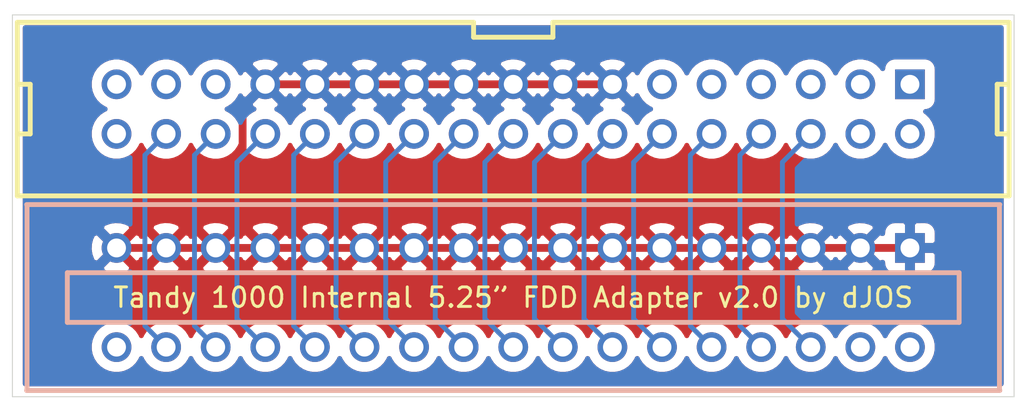
<source format=kicad_pcb>
(kicad_pcb (version 20171130) (host pcbnew "(5.1.5-0-10_14)")

  (general
    (thickness 1.6)
    (drawings 5)
    (tracks 62)
    (zones 0)
    (modules 2)
    (nets 16)
  )

  (page A4)
  (layers
    (0 F.Cu signal)
    (31 B.Cu signal)
    (32 B.Adhes user)
    (33 F.Adhes user)
    (34 B.Paste user)
    (35 F.Paste user)
    (36 B.SilkS user)
    (37 F.SilkS user)
    (38 B.Mask user)
    (39 F.Mask user)
    (40 Dwgs.User user)
    (41 Cmts.User user)
    (42 Eco1.User user)
    (43 Eco2.User user)
    (44 Edge.Cuts user)
    (45 Margin user)
    (46 B.CrtYd user)
    (47 F.CrtYd user)
    (48 B.Fab user)
    (49 F.Fab user)
  )

  (setup
    (last_trace_width 0.25)
    (user_trace_width 0.4)
    (trace_clearance 0.2)
    (zone_clearance 0.508)
    (zone_45_only no)
    (trace_min 0.2)
    (via_size 0.8)
    (via_drill 0.4)
    (via_min_size 0.4)
    (via_min_drill 0.3)
    (uvia_size 0.3)
    (uvia_drill 0.1)
    (uvias_allowed no)
    (uvia_min_size 0.2)
    (uvia_min_drill 0.1)
    (edge_width 0.05)
    (segment_width 0.2)
    (pcb_text_width 0.3)
    (pcb_text_size 1.5 1.5)
    (mod_edge_width 0.12)
    (mod_text_size 1 1)
    (mod_text_width 0.15)
    (pad_size 1.524 1.524)
    (pad_drill 0.965)
    (pad_to_mask_clearance 0.051)
    (solder_mask_min_width 0.25)
    (aux_axis_origin 0 0)
    (visible_elements FFFFFF7F)
    (pcbplotparams
      (layerselection 0x010fc_ffffffff)
      (usegerberextensions false)
      (usegerberattributes false)
      (usegerberadvancedattributes false)
      (creategerberjobfile false)
      (excludeedgelayer true)
      (linewidth 0.100000)
      (plotframeref false)
      (viasonmask false)
      (mode 1)
      (useauxorigin false)
      (hpglpennumber 1)
      (hpglpenspeed 20)
      (hpglpendiameter 15.000000)
      (psnegative false)
      (psa4output false)
      (plotreference true)
      (plotvalue true)
      (plotinvisibletext false)
      (padsonsilk false)
      (subtractmaskfromsilk false)
      (outputformat 1)
      (mirror false)
      (drillshape 0)
      (scaleselection 1)
      (outputdirectory "Gerbers/"))
  )

  (net 0 "")
  (net 1 /SIDESELECT)
  (net 2 /RDDATA)
  (net 3 /WRPRT)
  (net 4 /GND)
  (net 5 /TRK0)
  (net 6 /WEN)
  (net 7 /WRDATA)
  (net 8 /STEP)
  (net 9 /DIR)
  (net 10 /MTRON)
  (net 11 /DS2)
  (net 12 /DS0)
  (net 13 /Index)
  (net 14 /DS1)
  (net 15 /DS3)

  (net_class Default "This is the default net class."
    (clearance 0.2)
    (trace_width 0.25)
    (via_dia 0.8)
    (via_drill 0.4)
    (uvia_dia 0.3)
    (uvia_drill 0.1)
    (add_net /DIR)
    (add_net /DS0)
    (add_net /DS1)
    (add_net /DS2)
    (add_net /DS3)
    (add_net /GND)
    (add_net /Index)
    (add_net /MTRON)
    (add_net /RDDATA)
    (add_net /SIDESELECT)
    (add_net /STEP)
    (add_net /TRK0)
    (add_net /WEN)
    (add_net /WRDATA)
    (add_net /WRPRT)
  )

  (net_class /5V ""
    (clearance 0.2)
    (trace_width 0.4)
    (via_dia 0.8)
    (via_drill 0.4)
    (uvia_dia 0.3)
    (uvia_drill 0.1)
  )

  (module Dereks_Parts:ECON34_100 (layer B.Cu) (tedit 5E758331) (tstamp 5E4A17FE)
    (at 72.517 46.863 180)
    (path /5E47F9BD)
    (zone_connect 1)
    (fp_text reference J2 (at 0 0) (layer B.SilkS) hide
      (effects (font (size 1.27 1.27) (thickness 0.15)) (justify mirror))
    )
    (fp_text value Conn_02x17_Odd_Even (at 0 0) (layer B.SilkS) hide
      (effects (font (size 1.27 1.27) (thickness 0.15)) (justify mirror))
    )
    (fp_line (start 24.904 4.701) (end 24.904 -4.701) (layer B.SilkS) (width 0.25))
    (fp_line (start -24.904 4.701) (end -24.904 -4.701) (layer B.SilkS) (width 0.25))
    (fp_line (start 24.924 -4.762) (end -24.924 -4.762) (layer B.SilkS) (width 0.25))
    (fp_line (start 24.924 4.762) (end -24.924 4.762) (layer B.SilkS) (width 0.25))
    (fp_line (start 22.84 1.272) (end 22.84 -1.272) (layer B.SilkS) (width 0.25))
    (fp_line (start 22.84 -1.272) (end -22.84 -1.272) (layer B.SilkS) (width 0.25))
    (fp_line (start -22.84 1.272) (end -22.84 -1.272) (layer B.SilkS) (width 0.25))
    (fp_line (start 22.84 1.272) (end -22.84 1.272) (layer B.SilkS) (width 0.25))
    (pad 29 thru_hole circle (at 15.24 2.54 180) (size 1.524 1.524) (drill 0.965) (layers *.Cu *.Mask)
      (net 4 /GND) (zone_connect 1))
    (pad 27 thru_hole circle (at 12.7 2.54 180) (size 1.524 1.524) (drill 0.965) (layers *.Cu *.Mask)
      (net 4 /GND) (zone_connect 1))
    (pad 25 thru_hole circle (at 10.16 2.54 180) (size 1.524 1.524) (drill 0.965) (layers *.Cu *.Mask)
      (net 4 /GND) (zone_connect 1))
    (pad 23 thru_hole circle (at 7.62 2.54 180) (size 1.524 1.524) (drill 0.965) (layers *.Cu *.Mask)
      (net 4 /GND) (zone_connect 1))
    (pad 21 thru_hole circle (at 5.08 2.54 180) (size 1.524 1.524) (drill 0.965) (layers *.Cu *.Mask)
      (net 4 /GND) (zone_connect 1))
    (pad 1 thru_hole rect (at -20.32 2.54 180) (size 1.524 1.524) (drill 0.965) (layers *.Cu *.Mask)
      (net 4 /GND) (zone_connect 1))
    (pad 3 thru_hole circle (at -17.78 2.54 180) (size 1.524 1.524) (drill 0.965) (layers *.Cu *.Mask)
      (net 4 /GND) (zone_connect 1))
    (pad 5 thru_hole circle (at -15.24 2.54 180) (size 1.524 1.524) (drill 0.965) (layers *.Cu *.Mask)
      (net 4 /GND) (zone_connect 1))
    (pad 7 thru_hole circle (at -12.7 2.54 180) (size 1.524 1.524) (drill 0.965) (layers *.Cu *.Mask)
      (net 4 /GND) (zone_connect 1))
    (pad 9 thru_hole circle (at -10.16 2.54 180) (size 1.524 1.524) (drill 0.965) (layers *.Cu *.Mask)
      (net 4 /GND) (zone_connect 1))
    (pad 11 thru_hole circle (at -7.62 2.54 180) (size 1.524 1.524) (drill 0.965) (layers *.Cu *.Mask)
      (net 4 /GND) (zone_connect 1))
    (pad 13 thru_hole circle (at -5.08 2.54 180) (size 1.524 1.524) (drill 0.965) (layers *.Cu *.Mask)
      (net 4 /GND) (zone_connect 1))
    (pad 15 thru_hole circle (at -2.54 2.54 180) (size 1.524 1.524) (drill 0.965) (layers *.Cu *.Mask)
      (net 4 /GND) (zone_connect 1))
    (pad 17 thru_hole circle (at 0 2.54 180) (size 1.524 1.524) (drill 0.965) (layers *.Cu *.Mask)
      (net 4 /GND) (zone_connect 1))
    (pad 19 thru_hole circle (at 2.54 2.54 180) (size 1.524 1.524) (drill 0.965) (layers *.Cu *.Mask)
      (net 4 /GND) (zone_connect 1))
    (pad 30 thru_hole circle (at 15.24 -2.54 180) (size 1.524 1.524) (drill 0.965) (layers *.Cu *.Mask)
      (net 2 /RDDATA) (zone_connect 1))
    (pad 28 thru_hole circle (at 12.7 -2.54 180) (size 1.524 1.524) (drill 0.965) (layers *.Cu *.Mask)
      (net 3 /WRPRT) (zone_connect 1))
    (pad 26 thru_hole circle (at 10.16 -2.54 180) (size 1.524 1.524) (drill 0.965) (layers *.Cu *.Mask)
      (net 5 /TRK0) (zone_connect 1))
    (pad 24 thru_hole circle (at 7.62 -2.54 180) (size 1.524 1.524) (drill 0.965) (layers *.Cu *.Mask)
      (net 6 /WEN) (zone_connect 1))
    (pad 22 thru_hole circle (at 5.08 -2.54 180) (size 1.524 1.524) (drill 0.965) (layers *.Cu *.Mask)
      (net 7 /WRDATA) (zone_connect 1))
    (pad 20 thru_hole circle (at 2.54 -2.54 180) (size 1.524 1.524) (drill 0.965) (layers *.Cu *.Mask)
      (net 8 /STEP) (zone_connect 1))
    (pad 18 thru_hole circle (at 0 -2.54 180) (size 1.524 1.524) (drill 0.965) (layers *.Cu *.Mask)
      (net 9 /DIR) (zone_connect 1))
    (pad 16 thru_hole circle (at -2.54 -2.54 180) (size 1.524 1.524) (drill 0.965) (layers *.Cu *.Mask)
      (net 10 /MTRON) (zone_connect 1))
    (pad 14 thru_hole circle (at -5.08 -2.54 180) (size 1.524 1.524) (drill 0.965) (layers *.Cu *.Mask)
      (net 11 /DS2) (zone_connect 1))
    (pad 12 thru_hole circle (at -7.62 -2.54 180) (size 1.524 1.524) (drill 0.965) (layers *.Cu *.Mask)
      (net 14 /DS1) (zone_connect 1))
    (pad 10 thru_hole circle (at -10.16 -2.54 180) (size 1.524 1.524) (drill 0.965) (layers *.Cu *.Mask)
      (net 12 /DS0) (zone_connect 1))
    (pad 8 thru_hole circle (at -12.7 -2.54 180) (size 1.524 1.524) (drill 0.965) (layers *.Cu *.Mask)
      (net 13 /Index) (zone_connect 1))
    (pad 6 thru_hole circle (at -15.24 -2.54 180) (size 1.524 1.524) (drill 0.965) (layers *.Cu *.Mask)
      (net 15 /DS3) (zone_connect 1))
    (pad 4 thru_hole circle (at -17.78 -2.54 180) (size 1.524 1.524) (drill 0.965) (layers *.Cu *.Mask)
      (zone_connect 1))
    (pad 2 thru_hole circle (at -20.32 -2.54 180) (size 1.524 1.524) (drill 0.965) (layers *.Cu *.Mask)
      (zone_connect 1))
    (pad 31 thru_hole circle (at 17.78 2.54 180) (size 1.524 1.524) (drill 0.965) (layers *.Cu *.Mask)
      (net 4 /GND) (zone_connect 1))
    (pad 32 thru_hole circle (at 17.78 -2.54 180) (size 1.524 1.524) (drill 0.965) (layers *.Cu *.Mask)
      (net 1 /SIDESELECT) (zone_connect 1))
    (pad 34 thru_hole circle (at 20.32 -2.54 180) (size 1.524 1.524) (drill 0.965) (layers *.Cu *.Mask)
      (zone_connect 1))
    (pad 33 thru_hole circle (at 20.32 2.54 180) (size 1.524 1.524) (drill 0.965) (layers *.Cu *.Mask)
      (net 4 /GND) (zone_connect 1))
    (model "/Volumes/DropBox/Apps/KiCad/_3D models/c-5-5530843-3-f-3d.stp"
      (offset (xyz 0 0 15.5))
      (scale (xyz 1 1 1))
      (rotate (xyz 0 0 0))
    )
  )

  (module Dereks_Parts:IDC34M (layer F.Cu) (tedit 5E75814C) (tstamp 5E75A84E)
    (at 72.517 37.211)
    (path /5E742F5B)
    (zone_connect 1)
    (fp_text reference J1 (at 0 0) (layer F.SilkS) hide
      (effects (font (size 1.27 1.27) (thickness 0.15)))
    )
    (fp_text value Conn_02x17_Odd_Even (at 0 0) (layer F.SilkS) hide
      (effects (font (size 1.27 1.27) (thickness 0.15)))
    )
    (fp_line (start 24.79 -1.271) (end 25.4 -1.271) (layer F.SilkS) (width 0.25))
    (fp_line (start 24.79 1.271) (end 24.79 -1.271) (layer F.SilkS) (width 0.25))
    (fp_line (start 24.79 1.271) (end 25.4 1.271) (layer F.SilkS) (width 0.25))
    (fp_line (start -25.4 -1.271) (end -24.74 -1.271) (layer F.SilkS) (width 0.25))
    (fp_line (start -24.74 1.271) (end -24.74 -1.271) (layer F.SilkS) (width 0.25))
    (fp_line (start -25.4 1.271) (end -24.74 1.271) (layer F.SilkS) (width 0.25))
    (fp_line (start 2.032 -4.445) (end 25.4 -4.445) (layer F.SilkS) (width 0.25))
    (fp_line (start -25.4 -4.445) (end -2.032 -4.445) (layer F.SilkS) (width 0.25))
    (fp_line (start -25.4 4.445) (end -25.4 -4.445) (layer F.SilkS) (width 0.25))
    (fp_line (start -25.4 4.445) (end 25.4 4.445) (layer F.SilkS) (width 0.25))
    (fp_line (start 25.4 4.445) (end 25.4 -4.445) (layer F.SilkS) (width 0.25))
    (fp_line (start 2.032 -3.68) (end 2.032 -4.445) (layer F.SilkS) (width 0.25))
    (fp_line (start -2.032 -3.68) (end 2.032 -3.68) (layer F.SilkS) (width 0.25))
    (fp_line (start -2.032 -3.68) (end -2.032 -4.445) (layer F.SilkS) (width 0.25))
    (pad 34 thru_hole circle (at -20.32 1.27) (size 1.524 1.524) (drill 0.965) (layers *.Cu *.Mask)
      (zone_connect 1))
    (pad 33 thru_hole circle (at -20.32 -1.27) (size 1.524 1.524) (drill 0.965) (layers *.Cu *.Mask)
      (zone_connect 1))
    (pad 32 thru_hole circle (at -17.78 1.27) (size 1.524 1.524) (drill 0.965) (layers *.Cu *.Mask)
      (net 1 /SIDESELECT) (zone_connect 1))
    (pad 31 thru_hole circle (at -17.78 -1.27) (size 1.524 1.524) (drill 0.965) (layers *.Cu *.Mask)
      (zone_connect 1))
    (pad 30 thru_hole circle (at -15.24 1.27) (size 1.524 1.524) (drill 0.965) (layers *.Cu *.Mask)
      (net 2 /RDDATA) (zone_connect 1))
    (pad 29 thru_hole circle (at -15.24 -1.27) (size 1.524 1.524) (drill 0.965) (layers *.Cu *.Mask)
      (zone_connect 1))
    (pad 28 thru_hole circle (at -12.7 1.27) (size 1.524 1.524) (drill 0.965) (layers *.Cu *.Mask)
      (net 3 /WRPRT) (zone_connect 1))
    (pad 27 thru_hole circle (at -12.7 -1.27) (size 1.524 1.524) (drill 0.965) (layers *.Cu *.Mask)
      (net 4 /GND) (zone_connect 1))
    (pad 24 thru_hole circle (at -7.62 1.27) (size 1.524 1.524) (drill 0.965) (layers *.Cu *.Mask)
      (net 6 /WEN) (zone_connect 1))
    (pad 23 thru_hole circle (at -7.62 -1.27) (size 1.524 1.524) (drill 0.965) (layers *.Cu *.Mask)
      (net 4 /GND) (zone_connect 1))
    (pad 22 thru_hole circle (at -5.08 1.27) (size 1.524 1.524) (drill 0.965) (layers *.Cu *.Mask)
      (net 7 /WRDATA) (zone_connect 1))
    (pad 21 thru_hole circle (at -5.08 -1.27) (size 1.524 1.524) (drill 0.965) (layers *.Cu *.Mask)
      (net 4 /GND) (zone_connect 1))
    (pad 1 thru_hole rect (at 20.32 -1.27) (size 1.524 1.524) (drill 0.965) (layers *.Cu *.Mask)
      (zone_connect 2))
    (pad 3 thru_hole circle (at 17.78 -1.27) (size 1.524 1.524) (drill 0.965) (layers *.Cu *.Mask)
      (zone_connect 1))
    (pad 5 thru_hole circle (at 15.24 -1.27) (size 1.524 1.524) (drill 0.965) (layers *.Cu *.Mask)
      (zone_connect 1))
    (pad 7 thru_hole circle (at 12.7 -1.27) (size 1.524 1.524) (drill 0.965) (layers *.Cu *.Mask)
      (zone_connect 1))
    (pad 9 thru_hole circle (at 10.16 -1.27) (size 1.524 1.524) (drill 0.965) (layers *.Cu *.Mask)
      (zone_connect 1))
    (pad 11 thru_hole circle (at 7.62 -1.27) (size 1.524 1.524) (drill 0.965) (layers *.Cu *.Mask)
      (zone_connect 1))
    (pad 13 thru_hole circle (at 5.08 -1.27) (size 1.524 1.524) (drill 0.965) (layers *.Cu *.Mask)
      (net 4 /GND) (zone_connect 1))
    (pad 15 thru_hole circle (at 2.54 -1.27) (size 1.524 1.524) (drill 0.965) (layers *.Cu *.Mask)
      (net 4 /GND) (zone_connect 1))
    (pad 17 thru_hole circle (at 0 -1.27) (size 1.524 1.524) (drill 0.965) (layers *.Cu *.Mask)
      (net 4 /GND) (zone_connect 1))
    (pad 19 thru_hole circle (at -2.54 -1.27) (size 1.524 1.524) (drill 0.965) (layers *.Cu *.Mask)
      (net 4 /GND) (zone_connect 1))
    (pad 20 thru_hole circle (at -2.54 1.27) (size 1.524 1.524) (drill 0.965) (layers *.Cu *.Mask)
      (net 8 /STEP) (zone_connect 1))
    (pad 18 thru_hole circle (at 0 1.27) (size 1.524 1.524) (drill 0.965) (layers *.Cu *.Mask)
      (net 9 /DIR) (zone_connect 1))
    (pad 16 thru_hole circle (at 2.54 1.27) (size 1.524 1.524) (drill 0.965) (layers *.Cu *.Mask)
      (net 10 /MTRON) (zone_connect 1))
    (pad 14 thru_hole circle (at 5.08 1.27) (size 1.524 1.524) (drill 0.965) (layers *.Cu *.Mask)
      (net 11 /DS2) (zone_connect 1))
    (pad 12 thru_hole circle (at 7.62 1.27) (size 1.524 1.524) (drill 0.965) (layers *.Cu *.Mask)
      (net 14 /DS1) (zone_connect 1))
    (pad 10 thru_hole circle (at 10.16 1.27) (size 1.524 1.524) (drill 0.965) (layers *.Cu *.Mask)
      (net 12 /DS0) (zone_connect 1))
    (pad 8 thru_hole circle (at 12.7 1.27) (size 1.524 1.524) (drill 0.965) (layers *.Cu *.Mask)
      (net 13 /Index) (zone_connect 1))
    (pad 6 thru_hole circle (at 15.24 1.27) (size 1.524 1.524) (drill 0.965) (layers *.Cu *.Mask)
      (net 15 /DS3) (zone_connect 1))
    (pad 4 thru_hole circle (at 17.78 1.27) (size 1.524 1.524) (drill 0.965) (layers *.Cu *.Mask)
      (zone_connect 1))
    (pad 2 thru_hole circle (at 20.32 1.27) (size 1.524 1.524) (drill 0.965) (layers *.Cu *.Mask)
      (zone_connect 1))
    (pad 25 thru_hole circle (at -10.16 -1.27) (size 1.524 1.524) (drill 0.965) (layers *.Cu *.Mask)
      (net 4 /GND) (zone_connect 1))
    (pad 26 thru_hole circle (at -10.16 1.27) (size 1.524 1.524) (drill 0.965) (layers *.Cu *.Mask)
      (net 5 /TRK0) (zone_connect 1))
    (model "/Volumes/DropBox/Apps/KiCad/_3D models/Con Headers/Part 1/hdr-2x17t_2.54x2.54_sh51x9.step"
      (at (xyz 0 0 0))
      (scale (xyz 1 1 1))
      (rotate (xyz 0 0 180))
    )
  )

  (gr_line (start 46.863 51.943) (end 46.863 32.385) (layer Edge.Cuts) (width 0.05))
  (gr_line (start 98.171 51.943) (end 46.863 51.943) (layer Edge.Cuts) (width 0.05))
  (gr_line (start 98.171 32.385) (end 98.171 51.943) (layer Edge.Cuts) (width 0.05))
  (gr_line (start 46.863 32.385) (end 98.171 32.385) (layer Edge.Cuts) (width 0.05))
  (gr_text "Tandy 1000 Internal 5.25” FDD Adapter v2.0 by dJOS" (at 72.517 46.863) (layer F.SilkS)
    (effects (font (size 1 1) (thickness 0.15)))
  )

  (segment (start 53.975001 48.641001) (end 54.737 49.403) (width 0.25) (layer B.Cu) (net 1))
  (segment (start 53.649999 48.315999) (end 53.975001 48.641001) (width 0.25) (layer B.Cu) (net 1))
  (segment (start 53.649999 39.568001) (end 53.649999 48.315999) (width 0.25) (layer B.Cu) (net 1))
  (segment (start 54.737 38.481) (end 53.649999 39.568001) (width 0.25) (layer B.Cu) (net 1))
  (segment (start 56.189999 48.315999) (end 56.515001 48.641001) (width 0.25) (layer B.Cu) (net 2))
  (segment (start 56.515001 48.641001) (end 57.277 49.403) (width 0.25) (layer B.Cu) (net 2))
  (segment (start 56.189999 39.568001) (end 56.189999 48.315999) (width 0.25) (layer B.Cu) (net 2))
  (segment (start 57.277 38.481) (end 56.189999 39.568001) (width 0.25) (layer B.Cu) (net 2))
  (segment (start 58.364001 47.950001) (end 59.055001 48.641001) (width 0.25) (layer B.Cu) (net 3))
  (segment (start 58.364001 39.933999) (end 58.364001 47.950001) (width 0.25) (layer B.Cu) (net 3))
  (segment (start 59.055001 48.641001) (end 59.817 49.403) (width 0.25) (layer B.Cu) (net 3))
  (segment (start 59.817 38.481) (end 58.364001 39.933999) (width 0.25) (layer B.Cu) (net 3))
  (segment (start 59.817 35.941) (end 77.597 35.941) (width 0.4) (layer F.Cu) (net 4))
  (segment (start 52.197 44.323) (end 92.837 44.323) (width 0.4) (layer F.Cu) (net 4))
  (segment (start 59.055001 43.561001) (end 59.817 44.323) (width 0.4) (layer F.Cu) (net 4))
  (segment (start 58.654999 43.160999) (end 59.055001 43.561001) (width 0.4) (layer F.Cu) (net 4))
  (segment (start 58.654999 37.103001) (end 58.654999 43.160999) (width 0.4) (layer F.Cu) (net 4))
  (segment (start 59.817 35.941) (end 58.654999 37.103001) (width 0.4) (layer F.Cu) (net 4))
  (segment (start 61.269999 48.315999) (end 61.595001 48.641001) (width 0.25) (layer B.Cu) (net 5))
  (segment (start 61.595001 48.641001) (end 62.357 49.403) (width 0.25) (layer B.Cu) (net 5))
  (segment (start 61.269999 39.568001) (end 61.269999 48.315999) (width 0.25) (layer B.Cu) (net 5))
  (segment (start 62.357 38.481) (end 61.269999 39.568001) (width 0.25) (layer B.Cu) (net 5))
  (segment (start 64.135001 48.641001) (end 64.897 49.403) (width 0.25) (layer B.Cu) (net 6))
  (segment (start 63.444001 47.950001) (end 64.135001 48.641001) (width 0.25) (layer B.Cu) (net 6))
  (segment (start 63.444001 39.933999) (end 63.444001 47.950001) (width 0.25) (layer B.Cu) (net 6))
  (segment (start 64.897 38.481) (end 63.444001 39.933999) (width 0.25) (layer B.Cu) (net 6))
  (segment (start 66.675001 48.641001) (end 67.437 49.403) (width 0.25) (layer B.Cu) (net 7))
  (segment (start 65.984001 47.950001) (end 66.675001 48.641001) (width 0.25) (layer B.Cu) (net 7))
  (segment (start 65.984001 39.933999) (end 65.984001 47.950001) (width 0.25) (layer B.Cu) (net 7))
  (segment (start 67.437 38.481) (end 65.984001 39.933999) (width 0.25) (layer B.Cu) (net 7))
  (segment (start 68.524001 47.950001) (end 69.215001 48.641001) (width 0.25) (layer B.Cu) (net 8))
  (segment (start 68.524001 39.933999) (end 68.524001 47.950001) (width 0.25) (layer B.Cu) (net 8))
  (segment (start 69.215001 48.641001) (end 69.977 49.403) (width 0.25) (layer B.Cu) (net 8))
  (segment (start 69.977 38.481) (end 68.524001 39.933999) (width 0.25) (layer B.Cu) (net 8))
  (segment (start 71.064001 47.950001) (end 71.755001 48.641001) (width 0.25) (layer B.Cu) (net 9))
  (segment (start 71.064001 39.933999) (end 71.064001 47.950001) (width 0.25) (layer B.Cu) (net 9))
  (segment (start 71.755001 48.641001) (end 72.517 49.403) (width 0.25) (layer B.Cu) (net 9))
  (segment (start 72.517 38.481) (end 71.064001 39.933999) (width 0.25) (layer B.Cu) (net 9))
  (segment (start 74.295001 48.641001) (end 75.057 49.403) (width 0.25) (layer B.Cu) (net 10))
  (segment (start 73.604001 47.950001) (end 74.295001 48.641001) (width 0.25) (layer B.Cu) (net 10))
  (segment (start 73.604001 39.933999) (end 73.604001 47.950001) (width 0.25) (layer B.Cu) (net 10))
  (segment (start 75.057 38.481) (end 73.604001 39.933999) (width 0.25) (layer B.Cu) (net 10))
  (segment (start 76.835001 48.641001) (end 77.597 49.403) (width 0.25) (layer B.Cu) (net 11))
  (segment (start 76.144001 47.950001) (end 76.835001 48.641001) (width 0.25) (layer B.Cu) (net 11))
  (segment (start 76.144001 39.933999) (end 76.144001 47.950001) (width 0.25) (layer B.Cu) (net 11))
  (segment (start 77.597 38.481) (end 76.144001 39.933999) (width 0.25) (layer B.Cu) (net 11))
  (segment (start 81.915001 48.641001) (end 82.677 49.403) (width 0.25) (layer B.Cu) (net 12))
  (segment (start 81.589999 48.315999) (end 81.915001 48.641001) (width 0.25) (layer B.Cu) (net 12))
  (segment (start 81.589999 39.568001) (end 81.589999 48.315999) (width 0.25) (layer B.Cu) (net 12))
  (segment (start 82.677 38.481) (end 81.589999 39.568001) (width 0.25) (layer B.Cu) (net 12))
  (segment (start 84.455001 48.641001) (end 85.217 49.403) (width 0.25) (layer B.Cu) (net 13))
  (segment (start 84.129999 48.315999) (end 84.455001 48.641001) (width 0.25) (layer B.Cu) (net 13))
  (segment (start 84.129999 39.568001) (end 84.129999 48.315999) (width 0.25) (layer B.Cu) (net 13))
  (segment (start 85.217 38.481) (end 84.129999 39.568001) (width 0.25) (layer B.Cu) (net 13))
  (segment (start 79.375001 48.641001) (end 80.137 49.403) (width 0.25) (layer B.Cu) (net 14))
  (segment (start 78.684001 47.950001) (end 79.375001 48.641001) (width 0.25) (layer B.Cu) (net 14))
  (segment (start 78.684001 39.933999) (end 78.684001 47.950001) (width 0.25) (layer B.Cu) (net 14))
  (segment (start 80.137 38.481) (end 78.684001 39.933999) (width 0.25) (layer B.Cu) (net 14))
  (segment (start 86.995001 48.641001) (end 87.757 49.403) (width 0.25) (layer B.Cu) (net 15))
  (segment (start 86.304001 47.950001) (end 86.995001 48.641001) (width 0.25) (layer B.Cu) (net 15))
  (segment (start 86.304001 39.933999) (end 86.304001 47.950001) (width 0.25) (layer B.Cu) (net 15))
  (segment (start 87.757 38.481) (end 86.304001 39.933999) (width 0.25) (layer B.Cu) (net 15))

  (zone (net 4) (net_name /GND) (layer B.Cu) (tstamp 0) (hatch edge 0.508)
    (connect_pads (clearance 0.508))
    (min_thickness 0.254)
    (fill yes (arc_segments 32) (thermal_gap 0.508) (thermal_bridge_width 0.508))
    (polygon
      (pts
        (xy 98.425 52.197) (xy 46.609 52.197) (xy 46.609 32.004) (xy 98.425 32.004)
      )
    )
    (filled_polygon
      (pts
        (xy 97.511001 51.283) (xy 47.523 51.283) (xy 47.523 44.395017) (xy 50.79509 44.395017) (xy 50.836078 44.667133)
        (xy 50.929364 44.926023) (xy 50.991344 45.04198) (xy 51.231435 45.10896) (xy 52.017395 44.323) (xy 51.231435 43.53704)
        (xy 50.991344 43.60402) (xy 50.874244 43.853048) (xy 50.807977 44.120135) (xy 50.79509 44.395017) (xy 47.523 44.395017)
        (xy 47.523 35.803408) (xy 50.8 35.803408) (xy 50.8 36.078592) (xy 50.853686 36.34849) (xy 50.958995 36.602727)
        (xy 51.11188 36.831535) (xy 51.306465 37.02612) (xy 51.535273 37.179005) (xy 51.612515 37.211) (xy 51.535273 37.242995)
        (xy 51.306465 37.39588) (xy 51.11188 37.590465) (xy 50.958995 37.819273) (xy 50.853686 38.07351) (xy 50.8 38.343408)
        (xy 50.8 38.618592) (xy 50.853686 38.88849) (xy 50.958995 39.142727) (xy 51.11188 39.371535) (xy 51.306465 39.56612)
        (xy 51.535273 39.719005) (xy 51.78951 39.824314) (xy 52.059408 39.878) (xy 52.334592 39.878) (xy 52.60449 39.824314)
        (xy 52.858727 39.719005) (xy 52.889999 39.69811) (xy 52.889999 43.105127) (xy 52.666952 43.000244) (xy 52.399865 42.933977)
        (xy 52.124983 42.92109) (xy 51.852867 42.962078) (xy 51.593977 43.055364) (xy 51.47802 43.117344) (xy 51.41104 43.357435)
        (xy 52.197 44.143395) (xy 52.211143 44.129253) (xy 52.390748 44.308858) (xy 52.376605 44.323) (xy 52.390748 44.337143)
        (xy 52.211143 44.516748) (xy 52.197 44.502605) (xy 51.41104 45.288565) (xy 51.47802 45.528656) (xy 51.727048 45.645756)
        (xy 51.994135 45.712023) (xy 52.269017 45.72491) (xy 52.541133 45.683922) (xy 52.800023 45.590636) (xy 52.89 45.542543)
        (xy 52.89 48.185891) (xy 52.858727 48.164995) (xy 52.60449 48.059686) (xy 52.334592 48.006) (xy 52.059408 48.006)
        (xy 51.78951 48.059686) (xy 51.535273 48.164995) (xy 51.306465 48.31788) (xy 51.11188 48.512465) (xy 50.958995 48.741273)
        (xy 50.853686 48.99551) (xy 50.8 49.265408) (xy 50.8 49.540592) (xy 50.853686 49.81049) (xy 50.958995 50.064727)
        (xy 51.11188 50.293535) (xy 51.306465 50.48812) (xy 51.535273 50.641005) (xy 51.78951 50.746314) (xy 52.059408 50.8)
        (xy 52.334592 50.8) (xy 52.60449 50.746314) (xy 52.858727 50.641005) (xy 53.087535 50.48812) (xy 53.28212 50.293535)
        (xy 53.435005 50.064727) (xy 53.467 49.987485) (xy 53.498995 50.064727) (xy 53.65188 50.293535) (xy 53.846465 50.48812)
        (xy 54.075273 50.641005) (xy 54.32951 50.746314) (xy 54.599408 50.8) (xy 54.874592 50.8) (xy 55.14449 50.746314)
        (xy 55.398727 50.641005) (xy 55.627535 50.48812) (xy 55.82212 50.293535) (xy 55.975005 50.064727) (xy 56.007 49.987485)
        (xy 56.038995 50.064727) (xy 56.19188 50.293535) (xy 56.386465 50.48812) (xy 56.615273 50.641005) (xy 56.86951 50.746314)
        (xy 57.139408 50.8) (xy 57.414592 50.8) (xy 57.68449 50.746314) (xy 57.938727 50.641005) (xy 58.167535 50.48812)
        (xy 58.36212 50.293535) (xy 58.515005 50.064727) (xy 58.547 49.987485) (xy 58.578995 50.064727) (xy 58.73188 50.293535)
        (xy 58.926465 50.48812) (xy 59.155273 50.641005) (xy 59.40951 50.746314) (xy 59.679408 50.8) (xy 59.954592 50.8)
        (xy 60.22449 50.746314) (xy 60.478727 50.641005) (xy 60.707535 50.48812) (xy 60.90212 50.293535) (xy 61.055005 50.064727)
        (xy 61.087 49.987485) (xy 61.118995 50.064727) (xy 61.27188 50.293535) (xy 61.466465 50.48812) (xy 61.695273 50.641005)
        (xy 61.94951 50.746314) (xy 62.219408 50.8) (xy 62.494592 50.8) (xy 62.76449 50.746314) (xy 63.018727 50.641005)
        (xy 63.247535 50.48812) (xy 63.44212 50.293535) (xy 63.595005 50.064727) (xy 63.627 49.987485) (xy 63.658995 50.064727)
        (xy 63.81188 50.293535) (xy 64.006465 50.48812) (xy 64.235273 50.641005) (xy 64.48951 50.746314) (xy 64.759408 50.8)
        (xy 65.034592 50.8) (xy 65.30449 50.746314) (xy 65.558727 50.641005) (xy 65.787535 50.48812) (xy 65.98212 50.293535)
        (xy 66.135005 50.064727) (xy 66.167 49.987485) (xy 66.198995 50.064727) (xy 66.35188 50.293535) (xy 66.546465 50.48812)
        (xy 66.775273 50.641005) (xy 67.02951 50.746314) (xy 67.299408 50.8) (xy 67.574592 50.8) (xy 67.84449 50.746314)
        (xy 68.098727 50.641005) (xy 68.327535 50.48812) (xy 68.52212 50.293535) (xy 68.675005 50.064727) (xy 68.707 49.987485)
        (xy 68.738995 50.064727) (xy 68.89188 50.293535) (xy 69.086465 50.48812) (xy 69.315273 50.641005) (xy 69.56951 50.746314)
        (xy 69.839408 50.8) (xy 70.114592 50.8) (xy 70.38449 50.746314) (xy 70.638727 50.641005) (xy 70.867535 50.48812)
        (xy 71.06212 50.293535) (xy 71.215005 50.064727) (xy 71.247 49.987485) (xy 71.278995 50.064727) (xy 71.43188 50.293535)
        (xy 71.626465 50.48812) (xy 71.855273 50.641005) (xy 72.10951 50.746314) (xy 72.379408 50.8) (xy 72.654592 50.8)
        (xy 72.92449 50.746314) (xy 73.178727 50.641005) (xy 73.407535 50.48812) (xy 73.60212 50.293535) (xy 73.755005 50.064727)
        (xy 73.787 49.987485) (xy 73.818995 50.064727) (xy 73.97188 50.293535) (xy 74.166465 50.48812) (xy 74.395273 50.641005)
        (xy 74.64951 50.746314) (xy 74.919408 50.8) (xy 75.194592 50.8) (xy 75.46449 50.746314) (xy 75.718727 50.641005)
        (xy 75.947535 50.48812) (xy 76.14212 50.293535) (xy 76.295005 50.064727) (xy 76.327 49.987485) (xy 76.358995 50.064727)
        (xy 76.51188 50.293535) (xy 76.706465 50.48812) (xy 76.935273 50.641005) (xy 77.18951 50.746314) (xy 77.459408 50.8)
        (xy 77.734592 50.8) (xy 78.00449 50.746314) (xy 78.258727 50.641005) (xy 78.487535 50.48812) (xy 78.68212 50.293535)
        (xy 78.835005 50.064727) (xy 78.867 49.987485) (xy 78.898995 50.064727) (xy 79.05188 50.293535) (xy 79.246465 50.48812)
        (xy 79.475273 50.641005) (xy 79.72951 50.746314) (xy 79.999408 50.8) (xy 80.274592 50.8) (xy 80.54449 50.746314)
        (xy 80.798727 50.641005) (xy 81.027535 50.48812) (xy 81.22212 50.293535) (xy 81.375005 50.064727) (xy 81.407 49.987485)
        (xy 81.438995 50.064727) (xy 81.59188 50.293535) (xy 81.786465 50.48812) (xy 82.015273 50.641005) (xy 82.26951 50.746314)
        (xy 82.539408 50.8) (xy 82.814592 50.8) (xy 83.08449 50.746314) (xy 83.338727 50.641005) (xy 83.567535 50.48812)
        (xy 83.76212 50.293535) (xy 83.915005 50.064727) (xy 83.947 49.987485) (xy 83.978995 50.064727) (xy 84.13188 50.293535)
        (xy 84.326465 50.48812) (xy 84.555273 50.641005) (xy 84.80951 50.746314) (xy 85.079408 50.8) (xy 85.354592 50.8)
        (xy 85.62449 50.746314) (xy 85.878727 50.641005) (xy 86.107535 50.48812) (xy 86.30212 50.293535) (xy 86.455005 50.064727)
        (xy 86.487 49.987485) (xy 86.518995 50.064727) (xy 86.67188 50.293535) (xy 86.866465 50.48812) (xy 87.095273 50.641005)
        (xy 87.34951 50.746314) (xy 87.619408 50.8) (xy 87.894592 50.8) (xy 88.16449 50.746314) (xy 88.418727 50.641005)
        (xy 88.647535 50.48812) (xy 88.84212 50.293535) (xy 88.995005 50.064727) (xy 89.027 49.987485) (xy 89.058995 50.064727)
        (xy 89.21188 50.293535) (xy 89.406465 50.48812) (xy 89.635273 50.641005) (xy 89.88951 50.746314) (xy 90.159408 50.8)
        (xy 90.434592 50.8) (xy 90.70449 50.746314) (xy 90.958727 50.641005) (xy 91.187535 50.48812) (xy 91.38212 50.293535)
        (xy 91.535005 50.064727) (xy 91.567 49.987485) (xy 91.598995 50.064727) (xy 91.75188 50.293535) (xy 91.946465 50.48812)
        (xy 92.175273 50.641005) (xy 92.42951 50.746314) (xy 92.699408 50.8) (xy 92.974592 50.8) (xy 93.24449 50.746314)
        (xy 93.498727 50.641005) (xy 93.727535 50.48812) (xy 93.92212 50.293535) (xy 94.075005 50.064727) (xy 94.180314 49.81049)
        (xy 94.234 49.540592) (xy 94.234 49.265408) (xy 94.180314 48.99551) (xy 94.075005 48.741273) (xy 93.92212 48.512465)
        (xy 93.727535 48.31788) (xy 93.498727 48.164995) (xy 93.24449 48.059686) (xy 92.974592 48.006) (xy 92.699408 48.006)
        (xy 92.42951 48.059686) (xy 92.175273 48.164995) (xy 91.946465 48.31788) (xy 91.75188 48.512465) (xy 91.598995 48.741273)
        (xy 91.567 48.818515) (xy 91.535005 48.741273) (xy 91.38212 48.512465) (xy 91.187535 48.31788) (xy 90.958727 48.164995)
        (xy 90.70449 48.059686) (xy 90.434592 48.006) (xy 90.159408 48.006) (xy 89.88951 48.059686) (xy 89.635273 48.164995)
        (xy 89.406465 48.31788) (xy 89.21188 48.512465) (xy 89.058995 48.741273) (xy 89.027 48.818515) (xy 88.995005 48.741273)
        (xy 88.84212 48.512465) (xy 88.647535 48.31788) (xy 88.418727 48.164995) (xy 88.16449 48.059686) (xy 87.894592 48.006)
        (xy 87.619408 48.006) (xy 87.46543 48.036628) (xy 87.064001 47.6352) (xy 87.064001 45.540873) (xy 87.287048 45.645756)
        (xy 87.554135 45.712023) (xy 87.829017 45.72491) (xy 88.101133 45.683922) (xy 88.360023 45.590636) (xy 88.47598 45.528656)
        (xy 88.54296 45.288565) (xy 89.51104 45.288565) (xy 89.57802 45.528656) (xy 89.827048 45.645756) (xy 90.094135 45.712023)
        (xy 90.369017 45.72491) (xy 90.641133 45.683922) (xy 90.900023 45.590636) (xy 91.01598 45.528656) (xy 91.08296 45.288565)
        (xy 90.297 44.502605) (xy 89.51104 45.288565) (xy 88.54296 45.288565) (xy 87.757 44.502605) (xy 87.742858 44.516748)
        (xy 87.563253 44.337143) (xy 87.577395 44.323) (xy 87.936605 44.323) (xy 88.722565 45.10896) (xy 88.962656 45.04198)
        (xy 89.024079 44.911356) (xy 89.029364 44.926023) (xy 89.091344 45.04198) (xy 89.331435 45.10896) (xy 90.117395 44.323)
        (xy 90.476605 44.323) (xy 91.262565 45.10896) (xy 91.437088 45.060272) (xy 91.436928 45.085) (xy 91.449188 45.209482)
        (xy 91.485498 45.32918) (xy 91.544463 45.439494) (xy 91.623815 45.536185) (xy 91.720506 45.615537) (xy 91.83082 45.674502)
        (xy 91.950518 45.710812) (xy 92.075 45.723072) (xy 92.55125 45.72) (xy 92.71 45.56125) (xy 92.71 44.45)
        (xy 92.964 44.45) (xy 92.964 45.56125) (xy 93.12275 45.72) (xy 93.599 45.723072) (xy 93.723482 45.710812)
        (xy 93.84318 45.674502) (xy 93.953494 45.615537) (xy 94.050185 45.536185) (xy 94.129537 45.439494) (xy 94.188502 45.32918)
        (xy 94.224812 45.209482) (xy 94.237072 45.085) (xy 94.234 44.60875) (xy 94.07525 44.45) (xy 92.964 44.45)
        (xy 92.71 44.45) (xy 92.69 44.45) (xy 92.69 44.196) (xy 92.71 44.196) (xy 92.71 43.08475)
        (xy 92.964 43.08475) (xy 92.964 44.196) (xy 94.07525 44.196) (xy 94.234 44.03725) (xy 94.237072 43.561)
        (xy 94.224812 43.436518) (xy 94.188502 43.31682) (xy 94.129537 43.206506) (xy 94.050185 43.109815) (xy 93.953494 43.030463)
        (xy 93.84318 42.971498) (xy 93.723482 42.935188) (xy 93.599 42.922928) (xy 93.12275 42.926) (xy 92.964 43.08475)
        (xy 92.71 43.08475) (xy 92.55125 42.926) (xy 92.075 42.922928) (xy 91.950518 42.935188) (xy 91.83082 42.971498)
        (xy 91.720506 43.030463) (xy 91.623815 43.109815) (xy 91.544463 43.206506) (xy 91.485498 43.31682) (xy 91.449188 43.436518)
        (xy 91.436928 43.561) (xy 91.437088 43.585728) (xy 91.262565 43.53704) (xy 90.476605 44.323) (xy 90.117395 44.323)
        (xy 89.331435 43.53704) (xy 89.091344 43.60402) (xy 89.029921 43.734644) (xy 89.024636 43.719977) (xy 88.962656 43.60402)
        (xy 88.722565 43.53704) (xy 87.936605 44.323) (xy 87.577395 44.323) (xy 87.563253 44.308858) (xy 87.742858 44.129253)
        (xy 87.757 44.143395) (xy 88.54296 43.357435) (xy 89.51104 43.357435) (xy 90.297 44.143395) (xy 91.08296 43.357435)
        (xy 91.01598 43.117344) (xy 90.766952 43.000244) (xy 90.499865 42.933977) (xy 90.224983 42.92109) (xy 89.952867 42.962078)
        (xy 89.693977 43.055364) (xy 89.57802 43.117344) (xy 89.51104 43.357435) (xy 88.54296 43.357435) (xy 88.47598 43.117344)
        (xy 88.226952 43.000244) (xy 87.959865 42.933977) (xy 87.684983 42.92109) (xy 87.412867 42.962078) (xy 87.153977 43.055364)
        (xy 87.064001 43.103457) (xy 87.064001 40.2488) (xy 87.46543 39.847372) (xy 87.619408 39.878) (xy 87.894592 39.878)
        (xy 88.16449 39.824314) (xy 88.418727 39.719005) (xy 88.647535 39.56612) (xy 88.84212 39.371535) (xy 88.995005 39.142727)
        (xy 89.027 39.065485) (xy 89.058995 39.142727) (xy 89.21188 39.371535) (xy 89.406465 39.56612) (xy 89.635273 39.719005)
        (xy 89.88951 39.824314) (xy 90.159408 39.878) (xy 90.434592 39.878) (xy 90.70449 39.824314) (xy 90.958727 39.719005)
        (xy 91.187535 39.56612) (xy 91.38212 39.371535) (xy 91.535005 39.142727) (xy 91.567 39.065485) (xy 91.598995 39.142727)
        (xy 91.75188 39.371535) (xy 91.946465 39.56612) (xy 92.175273 39.719005) (xy 92.42951 39.824314) (xy 92.699408 39.878)
        (xy 92.974592 39.878) (xy 93.24449 39.824314) (xy 93.498727 39.719005) (xy 93.727535 39.56612) (xy 93.92212 39.371535)
        (xy 94.075005 39.142727) (xy 94.180314 38.88849) (xy 94.234 38.618592) (xy 94.234 38.343408) (xy 94.180314 38.07351)
        (xy 94.075005 37.819273) (xy 93.92212 37.590465) (xy 93.727535 37.39588) (xy 93.639535 37.33708) (xy 93.723482 37.328812)
        (xy 93.84318 37.292502) (xy 93.953494 37.233537) (xy 94.050185 37.154185) (xy 94.129537 37.057494) (xy 94.188502 36.94718)
        (xy 94.224812 36.827482) (xy 94.237072 36.703) (xy 94.237072 35.179) (xy 94.224812 35.054518) (xy 94.188502 34.93482)
        (xy 94.129537 34.824506) (xy 94.050185 34.727815) (xy 93.953494 34.648463) (xy 93.84318 34.589498) (xy 93.723482 34.553188)
        (xy 93.599 34.540928) (xy 92.075 34.540928) (xy 91.950518 34.553188) (xy 91.83082 34.589498) (xy 91.720506 34.648463)
        (xy 91.623815 34.727815) (xy 91.544463 34.824506) (xy 91.485498 34.93482) (xy 91.449188 35.054518) (xy 91.44092 35.138465)
        (xy 91.38212 35.050465) (xy 91.187535 34.85588) (xy 90.958727 34.702995) (xy 90.70449 34.597686) (xy 90.434592 34.544)
        (xy 90.159408 34.544) (xy 89.88951 34.597686) (xy 89.635273 34.702995) (xy 89.406465 34.85588) (xy 89.21188 35.050465)
        (xy 89.058995 35.279273) (xy 89.027 35.356515) (xy 88.995005 35.279273) (xy 88.84212 35.050465) (xy 88.647535 34.85588)
        (xy 88.418727 34.702995) (xy 88.16449 34.597686) (xy 87.894592 34.544) (xy 87.619408 34.544) (xy 87.34951 34.597686)
        (xy 87.095273 34.702995) (xy 86.866465 34.85588) (xy 86.67188 35.050465) (xy 86.518995 35.279273) (xy 86.487 35.356515)
        (xy 86.455005 35.279273) (xy 86.30212 35.050465) (xy 86.107535 34.85588) (xy 85.878727 34.702995) (xy 85.62449 34.597686)
        (xy 85.354592 34.544) (xy 85.079408 34.544) (xy 84.80951 34.597686) (xy 84.555273 34.702995) (xy 84.326465 34.85588)
        (xy 84.13188 35.050465) (xy 83.978995 35.279273) (xy 83.947 35.356515) (xy 83.915005 35.279273) (xy 83.76212 35.050465)
        (xy 83.567535 34.85588) (xy 83.338727 34.702995) (xy 83.08449 34.597686) (xy 82.814592 34.544) (xy 82.539408 34.544)
        (xy 82.26951 34.597686) (xy 82.015273 34.702995) (xy 81.786465 34.85588) (xy 81.59188 35.050465) (xy 81.438995 35.279273)
        (xy 81.407 35.356515) (xy 81.375005 35.279273) (xy 81.22212 35.050465) (xy 81.027535 34.85588) (xy 80.798727 34.702995)
        (xy 80.54449 34.597686) (xy 80.274592 34.544) (xy 79.999408 34.544) (xy 79.72951 34.597686) (xy 79.475273 34.702995)
        (xy 79.246465 34.85588) (xy 79.05188 35.050465) (xy 78.898995 35.279273) (xy 78.869308 35.350943) (xy 78.864636 35.337977)
        (xy 78.802656 35.22202) (xy 78.562565 35.15504) (xy 77.776605 35.941) (xy 78.562565 36.72696) (xy 78.802656 36.65998)
        (xy 78.866485 36.52424) (xy 78.898995 36.602727) (xy 79.05188 36.831535) (xy 79.246465 37.02612) (xy 79.475273 37.179005)
        (xy 79.552515 37.211) (xy 79.475273 37.242995) (xy 79.246465 37.39588) (xy 79.05188 37.590465) (xy 78.898995 37.819273)
        (xy 78.867 37.896515) (xy 78.835005 37.819273) (xy 78.68212 37.590465) (xy 78.487535 37.39588) (xy 78.258727 37.242995)
        (xy 78.187057 37.213308) (xy 78.200023 37.208636) (xy 78.31598 37.146656) (xy 78.38296 36.906565) (xy 77.597 36.120605)
        (xy 76.81104 36.906565) (xy 76.87802 37.146656) (xy 77.01376 37.210485) (xy 76.935273 37.242995) (xy 76.706465 37.39588)
        (xy 76.51188 37.590465) (xy 76.358995 37.819273) (xy 76.327 37.896515) (xy 76.295005 37.819273) (xy 76.14212 37.590465)
        (xy 75.947535 37.39588) (xy 75.718727 37.242995) (xy 75.647057 37.213308) (xy 75.660023 37.208636) (xy 75.77598 37.146656)
        (xy 75.84296 36.906565) (xy 75.057 36.120605) (xy 74.27104 36.906565) (xy 74.33802 37.146656) (xy 74.47376 37.210485)
        (xy 74.395273 37.242995) (xy 74.166465 37.39588) (xy 73.97188 37.590465) (xy 73.818995 37.819273) (xy 73.787 37.896515)
        (xy 73.755005 37.819273) (xy 73.60212 37.590465) (xy 73.407535 37.39588) (xy 73.178727 37.242995) (xy 73.107057 37.213308)
        (xy 73.120023 37.208636) (xy 73.23598 37.146656) (xy 73.30296 36.906565) (xy 72.517 36.120605) (xy 71.73104 36.906565)
        (xy 71.79802 37.146656) (xy 71.93376 37.210485) (xy 71.855273 37.242995) (xy 71.626465 37.39588) (xy 71.43188 37.590465)
        (xy 71.278995 37.819273) (xy 71.247 37.896515) (xy 71.215005 37.819273) (xy 71.06212 37.590465) (xy 70.867535 37.39588)
        (xy 70.638727 37.242995) (xy 70.567057 37.213308) (xy 70.580023 37.208636) (xy 70.69598 37.146656) (xy 70.76296 36.906565)
        (xy 69.977 36.120605) (xy 69.19104 36.906565) (xy 69.25802 37.146656) (xy 69.39376 37.210485) (xy 69.315273 37.242995)
        (xy 69.086465 37.39588) (xy 68.89188 37.590465) (xy 68.738995 37.819273) (xy 68.707 37.896515) (xy 68.675005 37.819273)
        (xy 68.52212 37.590465) (xy 68.327535 37.39588) (xy 68.098727 37.242995) (xy 68.027057 37.213308) (xy 68.040023 37.208636)
        (xy 68.15598 37.146656) (xy 68.22296 36.906565) (xy 67.437 36.120605) (xy 66.65104 36.906565) (xy 66.71802 37.146656)
        (xy 66.85376 37.210485) (xy 66.775273 37.242995) (xy 66.546465 37.39588) (xy 66.35188 37.590465) (xy 66.198995 37.819273)
        (xy 66.167 37.896515) (xy 66.135005 37.819273) (xy 65.98212 37.590465) (xy 65.787535 37.39588) (xy 65.558727 37.242995)
        (xy 65.487057 37.213308) (xy 65.500023 37.208636) (xy 65.61598 37.146656) (xy 65.68296 36.906565) (xy 64.897 36.120605)
        (xy 64.11104 36.906565) (xy 64.17802 37.146656) (xy 64.31376 37.210485) (xy 64.235273 37.242995) (xy 64.006465 37.39588)
        (xy 63.81188 37.590465) (xy 63.658995 37.819273) (xy 63.627 37.896515) (xy 63.595005 37.819273) (xy 63.44212 37.590465)
        (xy 63.247535 37.39588) (xy 63.018727 37.242995) (xy 62.947057 37.213308) (xy 62.960023 37.208636) (xy 63.07598 37.146656)
        (xy 63.14296 36.906565) (xy 62.357 36.120605) (xy 61.57104 36.906565) (xy 61.63802 37.146656) (xy 61.77376 37.210485)
        (xy 61.695273 37.242995) (xy 61.466465 37.39588) (xy 61.27188 37.590465) (xy 61.118995 37.819273) (xy 61.087 37.896515)
        (xy 61.055005 37.819273) (xy 60.90212 37.590465) (xy 60.707535 37.39588) (xy 60.478727 37.242995) (xy 60.407057 37.213308)
        (xy 60.420023 37.208636) (xy 60.53598 37.146656) (xy 60.60296 36.906565) (xy 59.817 36.120605) (xy 59.03104 36.906565)
        (xy 59.09802 37.146656) (xy 59.23376 37.210485) (xy 59.155273 37.242995) (xy 58.926465 37.39588) (xy 58.73188 37.590465)
        (xy 58.578995 37.819273) (xy 58.547 37.896515) (xy 58.515005 37.819273) (xy 58.36212 37.590465) (xy 58.167535 37.39588)
        (xy 57.938727 37.242995) (xy 57.861485 37.211) (xy 57.938727 37.179005) (xy 58.167535 37.02612) (xy 58.36212 36.831535)
        (xy 58.515005 36.602727) (xy 58.544692 36.531057) (xy 58.549364 36.544023) (xy 58.611344 36.65998) (xy 58.851435 36.72696)
        (xy 59.637395 35.941) (xy 59.996605 35.941) (xy 60.782565 36.72696) (xy 61.022656 36.65998) (xy 61.084079 36.529356)
        (xy 61.089364 36.544023) (xy 61.151344 36.65998) (xy 61.391435 36.72696) (xy 62.177395 35.941) (xy 62.536605 35.941)
        (xy 63.322565 36.72696) (xy 63.562656 36.65998) (xy 63.624079 36.529356) (xy 63.629364 36.544023) (xy 63.691344 36.65998)
        (xy 63.931435 36.72696) (xy 64.717395 35.941) (xy 65.076605 35.941) (xy 65.862565 36.72696) (xy 66.102656 36.65998)
        (xy 66.164079 36.529356) (xy 66.169364 36.544023) (xy 66.231344 36.65998) (xy 66.471435 36.72696) (xy 67.257395 35.941)
        (xy 67.616605 35.941) (xy 68.402565 36.72696) (xy 68.642656 36.65998) (xy 68.704079 36.529356) (xy 68.709364 36.544023)
        (xy 68.771344 36.65998) (xy 69.011435 36.72696) (xy 69.797395 35.941) (xy 70.156605 35.941) (xy 70.942565 36.72696)
        (xy 71.182656 36.65998) (xy 71.244079 36.529356) (xy 71.249364 36.544023) (xy 71.311344 36.65998) (xy 71.551435 36.72696)
        (xy 72.337395 35.941) (xy 72.696605 35.941) (xy 73.482565 36.72696) (xy 73.722656 36.65998) (xy 73.784079 36.529356)
        (xy 73.789364 36.544023) (xy 73.851344 36.65998) (xy 74.091435 36.72696) (xy 74.877395 35.941) (xy 75.236605 35.941)
        (xy 76.022565 36.72696) (xy 76.262656 36.65998) (xy 76.324079 36.529356) (xy 76.329364 36.544023) (xy 76.391344 36.65998)
        (xy 76.631435 36.72696) (xy 77.417395 35.941) (xy 76.631435 35.15504) (xy 76.391344 35.22202) (xy 76.329921 35.352644)
        (xy 76.324636 35.337977) (xy 76.262656 35.22202) (xy 76.022565 35.15504) (xy 75.236605 35.941) (xy 74.877395 35.941)
        (xy 74.091435 35.15504) (xy 73.851344 35.22202) (xy 73.789921 35.352644) (xy 73.784636 35.337977) (xy 73.722656 35.22202)
        (xy 73.482565 35.15504) (xy 72.696605 35.941) (xy 72.337395 35.941) (xy 71.551435 35.15504) (xy 71.311344 35.22202)
        (xy 71.249921 35.352644) (xy 71.244636 35.337977) (xy 71.182656 35.22202) (xy 70.942565 35.15504) (xy 70.156605 35.941)
        (xy 69.797395 35.941) (xy 69.011435 35.15504) (xy 68.771344 35.22202) (xy 68.709921 35.352644) (xy 68.704636 35.337977)
        (xy 68.642656 35.22202) (xy 68.402565 35.15504) (xy 67.616605 35.941) (xy 67.257395 35.941) (xy 66.471435 35.15504)
        (xy 66.231344 35.22202) (xy 66.169921 35.352644) (xy 66.164636 35.337977) (xy 66.102656 35.22202) (xy 65.862565 35.15504)
        (xy 65.076605 35.941) (xy 64.717395 35.941) (xy 63.931435 35.15504) (xy 63.691344 35.22202) (xy 63.629921 35.352644)
        (xy 63.624636 35.337977) (xy 63.562656 35.22202) (xy 63.322565 35.15504) (xy 62.536605 35.941) (xy 62.177395 35.941)
        (xy 61.391435 35.15504) (xy 61.151344 35.22202) (xy 61.089921 35.352644) (xy 61.084636 35.337977) (xy 61.022656 35.22202)
        (xy 60.782565 35.15504) (xy 59.996605 35.941) (xy 59.637395 35.941) (xy 58.851435 35.15504) (xy 58.611344 35.22202)
        (xy 58.547515 35.35776) (xy 58.515005 35.279273) (xy 58.36212 35.050465) (xy 58.28709 34.975435) (xy 59.03104 34.975435)
        (xy 59.817 35.761395) (xy 60.60296 34.975435) (xy 61.57104 34.975435) (xy 62.357 35.761395) (xy 63.14296 34.975435)
        (xy 64.11104 34.975435) (xy 64.897 35.761395) (xy 65.68296 34.975435) (xy 66.65104 34.975435) (xy 67.437 35.761395)
        (xy 68.22296 34.975435) (xy 69.19104 34.975435) (xy 69.977 35.761395) (xy 70.76296 34.975435) (xy 71.73104 34.975435)
        (xy 72.517 35.761395) (xy 73.30296 34.975435) (xy 74.27104 34.975435) (xy 75.057 35.761395) (xy 75.84296 34.975435)
        (xy 76.81104 34.975435) (xy 77.597 35.761395) (xy 78.38296 34.975435) (xy 78.31598 34.735344) (xy 78.066952 34.618244)
        (xy 77.799865 34.551977) (xy 77.524983 34.53909) (xy 77.252867 34.580078) (xy 76.993977 34.673364) (xy 76.87802 34.735344)
        (xy 76.81104 34.975435) (xy 75.84296 34.975435) (xy 75.77598 34.735344) (xy 75.526952 34.618244) (xy 75.259865 34.551977)
        (xy 74.984983 34.53909) (xy 74.712867 34.580078) (xy 74.453977 34.673364) (xy 74.33802 34.735344) (xy 74.27104 34.975435)
        (xy 73.30296 34.975435) (xy 73.23598 34.735344) (xy 72.986952 34.618244) (xy 72.719865 34.551977) (xy 72.444983 34.53909)
        (xy 72.172867 34.580078) (xy 71.913977 34.673364) (xy 71.79802 34.735344) (xy 71.73104 34.975435) (xy 70.76296 34.975435)
        (xy 70.69598 34.735344) (xy 70.446952 34.618244) (xy 70.179865 34.551977) (xy 69.904983 34.53909) (xy 69.632867 34.580078)
        (xy 69.373977 34.673364) (xy 69.25802 34.735344) (xy 69.19104 34.975435) (xy 68.22296 34.975435) (xy 68.15598 34.735344)
        (xy 67.906952 34.618244) (xy 67.639865 34.551977) (xy 67.364983 34.53909) (xy 67.092867 34.580078) (xy 66.833977 34.673364)
        (xy 66.71802 34.735344) (xy 66.65104 34.975435) (xy 65.68296 34.975435) (xy 65.61598 34.735344) (xy 65.366952 34.618244)
        (xy 65.099865 34.551977) (xy 64.824983 34.53909) (xy 64.552867 34.580078) (xy 64.293977 34.673364) (xy 64.17802 34.735344)
        (xy 64.11104 34.975435) (xy 63.14296 34.975435) (xy 63.07598 34.735344) (xy 62.826952 34.618244) (xy 62.559865 34.551977)
        (xy 62.284983 34.53909) (xy 62.012867 34.580078) (xy 61.753977 34.673364) (xy 61.63802 34.735344) (xy 61.57104 34.975435)
        (xy 60.60296 34.975435) (xy 60.53598 34.735344) (xy 60.286952 34.618244) (xy 60.019865 34.551977) (xy 59.744983 34.53909)
        (xy 59.472867 34.580078) (xy 59.213977 34.673364) (xy 59.09802 34.735344) (xy 59.03104 34.975435) (xy 58.28709 34.975435)
        (xy 58.167535 34.85588) (xy 57.938727 34.702995) (xy 57.68449 34.597686) (xy 57.414592 34.544) (xy 57.139408 34.544)
        (xy 56.86951 34.597686) (xy 56.615273 34.702995) (xy 56.386465 34.85588) (xy 56.19188 35.050465) (xy 56.038995 35.279273)
        (xy 56.007 35.356515) (xy 55.975005 35.279273) (xy 55.82212 35.050465) (xy 55.627535 34.85588) (xy 55.398727 34.702995)
        (xy 55.14449 34.597686) (xy 54.874592 34.544) (xy 54.599408 34.544) (xy 54.32951 34.597686) (xy 54.075273 34.702995)
        (xy 53.846465 34.85588) (xy 53.65188 35.050465) (xy 53.498995 35.279273) (xy 53.467 35.356515) (xy 53.435005 35.279273)
        (xy 53.28212 35.050465) (xy 53.087535 34.85588) (xy 52.858727 34.702995) (xy 52.60449 34.597686) (xy 52.334592 34.544)
        (xy 52.059408 34.544) (xy 51.78951 34.597686) (xy 51.535273 34.702995) (xy 51.306465 34.85588) (xy 51.11188 35.050465)
        (xy 50.958995 35.279273) (xy 50.853686 35.53351) (xy 50.8 35.803408) (xy 47.523 35.803408) (xy 47.523 33.045)
        (xy 97.511 33.045)
      )
    )
    (filled_polygon
      (pts
        (xy 70.170748 44.308858) (xy 70.156605 44.323) (xy 70.170748 44.337143) (xy 69.991143 44.516748) (xy 69.977 44.502605)
        (xy 69.962858 44.516748) (xy 69.783253 44.337143) (xy 69.797395 44.323) (xy 69.783253 44.308858) (xy 69.962858 44.129253)
        (xy 69.977 44.143395) (xy 69.991143 44.129253)
      )
    )
    (filled_polygon
      (pts
        (xy 67.630748 44.308858) (xy 67.616605 44.323) (xy 67.630748 44.337143) (xy 67.451143 44.516748) (xy 67.437 44.502605)
        (xy 67.422858 44.516748) (xy 67.243253 44.337143) (xy 67.257395 44.323) (xy 67.243253 44.308858) (xy 67.422858 44.129253)
        (xy 67.437 44.143395) (xy 67.451143 44.129253)
      )
    )
    (filled_polygon
      (pts
        (xy 54.930748 44.308858) (xy 54.916605 44.323) (xy 54.930748 44.337143) (xy 54.751143 44.516748) (xy 54.737 44.502605)
        (xy 54.722858 44.516748) (xy 54.543253 44.337143) (xy 54.557395 44.323) (xy 54.543253 44.308858) (xy 54.722858 44.129253)
        (xy 54.737 44.143395) (xy 54.751143 44.129253)
      )
    )
    (filled_polygon
      (pts
        (xy 65.090748 44.308858) (xy 65.076605 44.323) (xy 65.090748 44.337143) (xy 64.911143 44.516748) (xy 64.897 44.502605)
        (xy 64.882858 44.516748) (xy 64.703253 44.337143) (xy 64.717395 44.323) (xy 64.703253 44.308858) (xy 64.882858 44.129253)
        (xy 64.897 44.143395) (xy 64.911143 44.129253)
      )
    )
    (filled_polygon
      (pts
        (xy 62.550748 44.308858) (xy 62.536605 44.323) (xy 62.550748 44.337143) (xy 62.371143 44.516748) (xy 62.357 44.502605)
        (xy 62.342858 44.516748) (xy 62.163253 44.337143) (xy 62.177395 44.323) (xy 62.163253 44.308858) (xy 62.342858 44.129253)
        (xy 62.357 44.143395) (xy 62.371143 44.129253)
      )
    )
    (filled_polygon
      (pts
        (xy 60.010748 44.308858) (xy 59.996605 44.323) (xy 60.010748 44.337143) (xy 59.831143 44.516748) (xy 59.817 44.502605)
        (xy 59.802858 44.516748) (xy 59.623253 44.337143) (xy 59.637395 44.323) (xy 59.623253 44.308858) (xy 59.802858 44.129253)
        (xy 59.817 44.143395) (xy 59.831143 44.129253)
      )
    )
    (filled_polygon
      (pts
        (xy 57.470748 44.308858) (xy 57.456605 44.323) (xy 57.470748 44.337143) (xy 57.291143 44.516748) (xy 57.277 44.502605)
        (xy 57.262858 44.516748) (xy 57.083253 44.337143) (xy 57.097395 44.323) (xy 57.083253 44.308858) (xy 57.262858 44.129253)
        (xy 57.277 44.143395) (xy 57.291143 44.129253)
      )
    )
    (filled_polygon
      (pts
        (xy 72.710748 44.308858) (xy 72.696605 44.323) (xy 72.710748 44.337143) (xy 72.531143 44.516748) (xy 72.517 44.502605)
        (xy 72.502858 44.516748) (xy 72.323253 44.337143) (xy 72.337395 44.323) (xy 72.323253 44.308858) (xy 72.502858 44.129253)
        (xy 72.517 44.143395) (xy 72.531143 44.129253)
      )
    )
    (filled_polygon
      (pts
        (xy 75.250748 44.308858) (xy 75.236605 44.323) (xy 75.250748 44.337143) (xy 75.071143 44.516748) (xy 75.057 44.502605)
        (xy 75.042858 44.516748) (xy 74.863253 44.337143) (xy 74.877395 44.323) (xy 74.863253 44.308858) (xy 75.042858 44.129253)
        (xy 75.057 44.143395) (xy 75.071143 44.129253)
      )
    )
    (filled_polygon
      (pts
        (xy 77.790748 44.308858) (xy 77.776605 44.323) (xy 77.790748 44.337143) (xy 77.611143 44.516748) (xy 77.597 44.502605)
        (xy 77.582858 44.516748) (xy 77.403253 44.337143) (xy 77.417395 44.323) (xy 77.403253 44.308858) (xy 77.582858 44.129253)
        (xy 77.597 44.143395) (xy 77.611143 44.129253)
      )
    )
    (filled_polygon
      (pts
        (xy 80.330748 44.308858) (xy 80.316605 44.323) (xy 80.330748 44.337143) (xy 80.151143 44.516748) (xy 80.137 44.502605)
        (xy 80.122858 44.516748) (xy 79.943253 44.337143) (xy 79.957395 44.323) (xy 79.943253 44.308858) (xy 80.122858 44.129253)
        (xy 80.137 44.143395) (xy 80.151143 44.129253)
      )
    )
    (filled_polygon
      (pts
        (xy 82.870748 44.308858) (xy 82.856605 44.323) (xy 82.870748 44.337143) (xy 82.691143 44.516748) (xy 82.677 44.502605)
        (xy 82.662858 44.516748) (xy 82.483253 44.337143) (xy 82.497395 44.323) (xy 82.483253 44.308858) (xy 82.662858 44.129253)
        (xy 82.677 44.143395) (xy 82.691143 44.129253)
      )
    )
    (filled_polygon
      (pts
        (xy 85.410748 44.308858) (xy 85.396605 44.323) (xy 85.410748 44.337143) (xy 85.231143 44.516748) (xy 85.217 44.502605)
        (xy 85.202858 44.516748) (xy 85.023253 44.337143) (xy 85.037395 44.323) (xy 85.023253 44.308858) (xy 85.202858 44.129253)
        (xy 85.217 44.143395) (xy 85.231143 44.129253)
      )
    )
  )
  (zone (net 4) (net_name /GND) (layer F.Cu) (tstamp 0) (hatch edge 0.508)
    (connect_pads (clearance 0.508))
    (min_thickness 0.254)
    (fill yes (arc_segments 32) (thermal_gap 0.508) (thermal_bridge_width 0.508))
    (polygon
      (pts
        (xy 98.679 52.578) (xy 46.228 52.578) (xy 46.228 31.623) (xy 98.679 31.623)
      )
    )
    (filled_polygon
      (pts
        (xy 97.511001 51.283) (xy 47.523 51.283) (xy 47.523 49.265408) (xy 50.8 49.265408) (xy 50.8 49.540592)
        (xy 50.853686 49.81049) (xy 50.958995 50.064727) (xy 51.11188 50.293535) (xy 51.306465 50.48812) (xy 51.535273 50.641005)
        (xy 51.78951 50.746314) (xy 52.059408 50.8) (xy 52.334592 50.8) (xy 52.60449 50.746314) (xy 52.858727 50.641005)
        (xy 53.087535 50.48812) (xy 53.28212 50.293535) (xy 53.435005 50.064727) (xy 53.467 49.987485) (xy 53.498995 50.064727)
        (xy 53.65188 50.293535) (xy 53.846465 50.48812) (xy 54.075273 50.641005) (xy 54.32951 50.746314) (xy 54.599408 50.8)
        (xy 54.874592 50.8) (xy 55.14449 50.746314) (xy 55.398727 50.641005) (xy 55.627535 50.48812) (xy 55.82212 50.293535)
        (xy 55.975005 50.064727) (xy 56.007 49.987485) (xy 56.038995 50.064727) (xy 56.19188 50.293535) (xy 56.386465 50.48812)
        (xy 56.615273 50.641005) (xy 56.86951 50.746314) (xy 57.139408 50.8) (xy 57.414592 50.8) (xy 57.68449 50.746314)
        (xy 57.938727 50.641005) (xy 58.167535 50.48812) (xy 58.36212 50.293535) (xy 58.515005 50.064727) (xy 58.547 49.987485)
        (xy 58.578995 50.064727) (xy 58.73188 50.293535) (xy 58.926465 50.48812) (xy 59.155273 50.641005) (xy 59.40951 50.746314)
        (xy 59.679408 50.8) (xy 59.954592 50.8) (xy 60.22449 50.746314) (xy 60.478727 50.641005) (xy 60.707535 50.48812)
        (xy 60.90212 50.293535) (xy 61.055005 50.064727) (xy 61.087 49.987485) (xy 61.118995 50.064727) (xy 61.27188 50.293535)
        (xy 61.466465 50.48812) (xy 61.695273 50.641005) (xy 61.94951 50.746314) (xy 62.219408 50.8) (xy 62.494592 50.8)
        (xy 62.76449 50.746314) (xy 63.018727 50.641005) (xy 63.247535 50.48812) (xy 63.44212 50.293535) (xy 63.595005 50.064727)
        (xy 63.627 49.987485) (xy 63.658995 50.064727) (xy 63.81188 50.293535) (xy 64.006465 50.48812) (xy 64.235273 50.641005)
        (xy 64.48951 50.746314) (xy 64.759408 50.8) (xy 65.034592 50.8) (xy 65.30449 50.746314) (xy 65.558727 50.641005)
        (xy 65.787535 50.48812) (xy 65.98212 50.293535) (xy 66.135005 50.064727) (xy 66.167 49.987485) (xy 66.198995 50.064727)
        (xy 66.35188 50.293535) (xy 66.546465 50.48812) (xy 66.775273 50.641005) (xy 67.02951 50.746314) (xy 67.299408 50.8)
        (xy 67.574592 50.8) (xy 67.84449 50.746314) (xy 68.098727 50.641005) (xy 68.327535 50.48812) (xy 68.52212 50.293535)
        (xy 68.675005 50.064727) (xy 68.707 49.987485) (xy 68.738995 50.064727) (xy 68.89188 50.293535) (xy 69.086465 50.48812)
        (xy 69.315273 50.641005) (xy 69.56951 50.746314) (xy 69.839408 50.8) (xy 70.114592 50.8) (xy 70.38449 50.746314)
        (xy 70.638727 50.641005) (xy 70.867535 50.48812) (xy 71.06212 50.293535) (xy 71.215005 50.064727) (xy 71.247 49.987485)
        (xy 71.278995 50.064727) (xy 71.43188 50.293535) (xy 71.626465 50.48812) (xy 71.855273 50.641005) (xy 72.10951 50.746314)
        (xy 72.379408 50.8) (xy 72.654592 50.8) (xy 72.92449 50.746314) (xy 73.178727 50.641005) (xy 73.407535 50.48812)
        (xy 73.60212 50.293535) (xy 73.755005 50.064727) (xy 73.787 49.987485) (xy 73.818995 50.064727) (xy 73.97188 50.293535)
        (xy 74.166465 50.48812) (xy 74.395273 50.641005) (xy 74.64951 50.746314) (xy 74.919408 50.8) (xy 75.194592 50.8)
        (xy 75.46449 50.746314) (xy 75.718727 50.641005) (xy 75.947535 50.48812) (xy 76.14212 50.293535) (xy 76.295005 50.064727)
        (xy 76.327 49.987485) (xy 76.358995 50.064727) (xy 76.51188 50.293535) (xy 76.706465 50.48812) (xy 76.935273 50.641005)
        (xy 77.18951 50.746314) (xy 77.459408 50.8) (xy 77.734592 50.8) (xy 78.00449 50.746314) (xy 78.258727 50.641005)
        (xy 78.487535 50.48812) (xy 78.68212 50.293535) (xy 78.835005 50.064727) (xy 78.867 49.987485) (xy 78.898995 50.064727)
        (xy 79.05188 50.293535) (xy 79.246465 50.48812) (xy 79.475273 50.641005) (xy 79.72951 50.746314) (xy 79.999408 50.8)
        (xy 80.274592 50.8) (xy 80.54449 50.746314) (xy 80.798727 50.641005) (xy 81.027535 50.48812) (xy 81.22212 50.293535)
        (xy 81.375005 50.064727) (xy 81.407 49.987485) (xy 81.438995 50.064727) (xy 81.59188 50.293535) (xy 81.786465 50.48812)
        (xy 82.015273 50.641005) (xy 82.26951 50.746314) (xy 82.539408 50.8) (xy 82.814592 50.8) (xy 83.08449 50.746314)
        (xy 83.338727 50.641005) (xy 83.567535 50.48812) (xy 83.76212 50.293535) (xy 83.915005 50.064727) (xy 83.947 49.987485)
        (xy 83.978995 50.064727) (xy 84.13188 50.293535) (xy 84.326465 50.48812) (xy 84.555273 50.641005) (xy 84.80951 50.746314)
        (xy 85.079408 50.8) (xy 85.354592 50.8) (xy 85.62449 50.746314) (xy 85.878727 50.641005) (xy 86.107535 50.48812)
        (xy 86.30212 50.293535) (xy 86.455005 50.064727) (xy 86.487 49.987485) (xy 86.518995 50.064727) (xy 86.67188 50.293535)
        (xy 86.866465 50.48812) (xy 87.095273 50.641005) (xy 87.34951 50.746314) (xy 87.619408 50.8) (xy 87.894592 50.8)
        (xy 88.16449 50.746314) (xy 88.418727 50.641005) (xy 88.647535 50.48812) (xy 88.84212 50.293535) (xy 88.995005 50.064727)
        (xy 89.027 49.987485) (xy 89.058995 50.064727) (xy 89.21188 50.293535) (xy 89.406465 50.48812) (xy 89.635273 50.641005)
        (xy 89.88951 50.746314) (xy 90.159408 50.8) (xy 90.434592 50.8) (xy 90.70449 50.746314) (xy 90.958727 50.641005)
        (xy 91.187535 50.48812) (xy 91.38212 50.293535) (xy 91.535005 50.064727) (xy 91.567 49.987485) (xy 91.598995 50.064727)
        (xy 91.75188 50.293535) (xy 91.946465 50.48812) (xy 92.175273 50.641005) (xy 92.42951 50.746314) (xy 92.699408 50.8)
        (xy 92.974592 50.8) (xy 93.24449 50.746314) (xy 93.498727 50.641005) (xy 93.727535 50.48812) (xy 93.92212 50.293535)
        (xy 94.075005 50.064727) (xy 94.180314 49.81049) (xy 94.234 49.540592) (xy 94.234 49.265408) (xy 94.180314 48.99551)
        (xy 94.075005 48.741273) (xy 93.92212 48.512465) (xy 93.727535 48.31788) (xy 93.498727 48.164995) (xy 93.24449 48.059686)
        (xy 92.974592 48.006) (xy 92.699408 48.006) (xy 92.42951 48.059686) (xy 92.175273 48.164995) (xy 91.946465 48.31788)
        (xy 91.75188 48.512465) (xy 91.598995 48.741273) (xy 91.567 48.818515) (xy 91.535005 48.741273) (xy 91.38212 48.512465)
        (xy 91.187535 48.31788) (xy 90.958727 48.164995) (xy 90.70449 48.059686) (xy 90.434592 48.006) (xy 90.159408 48.006)
        (xy 89.88951 48.059686) (xy 89.635273 48.164995) (xy 89.406465 48.31788) (xy 89.21188 48.512465) (xy 89.058995 48.741273)
        (xy 89.027 48.818515) (xy 88.995005 48.741273) (xy 88.84212 48.512465) (xy 88.647535 48.31788) (xy 88.418727 48.164995)
        (xy 88.16449 48.059686) (xy 87.894592 48.006) (xy 87.619408 48.006) (xy 87.34951 48.059686) (xy 87.095273 48.164995)
        (xy 86.866465 48.31788) (xy 86.67188 48.512465) (xy 86.518995 48.741273) (xy 86.487 48.818515) (xy 86.455005 48.741273)
        (xy 86.30212 48.512465) (xy 86.107535 48.31788) (xy 85.878727 48.164995) (xy 85.62449 48.059686) (xy 85.354592 48.006)
        (xy 85.079408 48.006) (xy 84.80951 48.059686) (xy 84.555273 48.164995) (xy 84.326465 48.31788) (xy 84.13188 48.512465)
        (xy 83.978995 48.741273) (xy 83.947 48.818515) (xy 83.915005 48.741273) (xy 83.76212 48.512465) (xy 83.567535 48.31788)
        (xy 83.338727 48.164995) (xy 83.08449 48.059686) (xy 82.814592 48.006) (xy 82.539408 48.006) (xy 82.26951 48.059686)
        (xy 82.015273 48.164995) (xy 81.786465 48.31788) (xy 81.59188 48.512465) (xy 81.438995 48.741273) (xy 81.407 48.818515)
        (xy 81.375005 48.741273) (xy 81.22212 48.512465) (xy 81.027535 48.31788) (xy 80.798727 48.164995) (xy 80.54449 48.059686)
        (xy 80.274592 48.006) (xy 79.999408 48.006) (xy 79.72951 48.059686) (xy 79.475273 48.164995) (xy 79.246465 48.31788)
        (xy 79.05188 48.512465) (xy 78.898995 48.741273) (xy 78.867 48.818515) (xy 78.835005 48.741273) (xy 78.68212 48.512465)
        (xy 78.487535 48.31788) (xy 78.258727 48.164995) (xy 78.00449 48.059686) (xy 77.734592 48.006) (xy 77.459408 48.006)
        (xy 77.18951 48.059686) (xy 76.935273 48.164995) (xy 76.706465 48.31788) (xy 76.51188 48.512465) (xy 76.358995 48.741273)
        (xy 76.327 48.818515) (xy 76.295005 48.741273) (xy 76.14212 48.512465) (xy 75.947535 48.31788) (xy 75.718727 48.164995)
        (xy 75.46449 48.059686) (xy 75.194592 48.006) (xy 74.919408 48.006) (xy 74.64951 48.059686) (xy 74.395273 48.164995)
        (xy 74.166465 48.31788) (xy 73.97188 48.512465) (xy 73.818995 48.741273) (xy 73.787 48.818515) (xy 73.755005 48.741273)
        (xy 73.60212 48.512465) (xy 73.407535 48.31788) (xy 73.178727 48.164995) (xy 72.92449 48.059686) (xy 72.654592 48.006)
        (xy 72.379408 48.006) (xy 72.10951 48.059686) (xy 71.855273 48.164995) (xy 71.626465 48.31788) (xy 71.43188 48.512465)
        (xy 71.278995 48.741273) (xy 71.247 48.818515) (xy 71.215005 48.741273) (xy 71.06212 48.512465) (xy 70.867535 48.31788)
        (xy 70.638727 48.164995) (xy 70.38449 48.059686) (xy 70.114592 48.006) (xy 69.839408 48.006) (xy 69.56951 48.059686)
        (xy 69.315273 48.164995) (xy 69.086465 48.31788) (xy 68.89188 48.512465) (xy 68.738995 48.741273) (xy 68.707 48.818515)
        (xy 68.675005 48.741273) (xy 68.52212 48.512465) (xy 68.327535 48.31788) (xy 68.098727 48.164995) (xy 67.84449 48.059686)
        (xy 67.574592 48.006) (xy 67.299408 48.006) (xy 67.02951 48.059686) (xy 66.775273 48.164995) (xy 66.546465 48.31788)
        (xy 66.35188 48.512465) (xy 66.198995 48.741273) (xy 66.167 48.818515) (xy 66.135005 48.741273) (xy 65.98212 48.512465)
        (xy 65.787535 48.31788) (xy 65.558727 48.164995) (xy 65.30449 48.059686) (xy 65.034592 48.006) (xy 64.759408 48.006)
        (xy 64.48951 48.059686) (xy 64.235273 48.164995) (xy 64.006465 48.31788) (xy 63.81188 48.512465) (xy 63.658995 48.741273)
        (xy 63.627 48.818515) (xy 63.595005 48.741273) (xy 63.44212 48.512465) (xy 63.247535 48.31788) (xy 63.018727 48.164995)
        (xy 62.76449 48.059686) (xy 62.494592 48.006) (xy 62.219408 48.006) (xy 61.94951 48.059686) (xy 61.695273 48.164995)
        (xy 61.466465 48.31788) (xy 61.27188 48.512465) (xy 61.118995 48.741273) (xy 61.087 48.818515) (xy 61.055005 48.741273)
        (xy 60.90212 48.512465) (xy 60.707535 48.31788) (xy 60.478727 48.164995) (xy 60.22449 48.059686) (xy 59.954592 48.006)
        (xy 59.679408 48.006) (xy 59.40951 48.059686) (xy 59.155273 48.164995) (xy 58.926465 48.31788) (xy 58.73188 48.512465)
        (xy 58.578995 48.741273) (xy 58.547 48.818515) (xy 58.515005 48.741273) (xy 58.36212 48.512465) (xy 58.167535 48.31788)
        (xy 57.938727 48.164995) (xy 57.68449 48.059686) (xy 57.414592 48.006) (xy 57.139408 48.006) (xy 56.86951 48.059686)
        (xy 56.615273 48.164995) (xy 56.386465 48.31788) (xy 56.19188 48.512465) (xy 56.038995 48.741273) (xy 56.007 48.818515)
        (xy 55.975005 48.741273) (xy 55.82212 48.512465) (xy 55.627535 48.31788) (xy 55.398727 48.164995) (xy 55.14449 48.059686)
        (xy 54.874592 48.006) (xy 54.599408 48.006) (xy 54.32951 48.059686) (xy 54.075273 48.164995) (xy 53.846465 48.31788)
        (xy 53.65188 48.512465) (xy 53.498995 48.741273) (xy 53.467 48.818515) (xy 53.435005 48.741273) (xy 53.28212 48.512465)
        (xy 53.087535 48.31788) (xy 52.858727 48.164995) (xy 52.60449 48.059686) (xy 52.334592 48.006) (xy 52.059408 48.006)
        (xy 51.78951 48.059686) (xy 51.535273 48.164995) (xy 51.306465 48.31788) (xy 51.11188 48.512465) (xy 50.958995 48.741273)
        (xy 50.853686 48.99551) (xy 50.8 49.265408) (xy 47.523 49.265408) (xy 47.523 45.288565) (xy 51.41104 45.288565)
        (xy 51.47802 45.528656) (xy 51.727048 45.645756) (xy 51.994135 45.712023) (xy 52.269017 45.72491) (xy 52.541133 45.683922)
        (xy 52.800023 45.590636) (xy 52.91598 45.528656) (xy 52.98296 45.288565) (xy 53.95104 45.288565) (xy 54.01802 45.528656)
        (xy 54.267048 45.645756) (xy 54.534135 45.712023) (xy 54.809017 45.72491) (xy 55.081133 45.683922) (xy 55.340023 45.590636)
        (xy 55.45598 45.528656) (xy 55.52296 45.288565) (xy 56.49104 45.288565) (xy 56.55802 45.528656) (xy 56.807048 45.645756)
        (xy 57.074135 45.712023) (xy 57.349017 45.72491) (xy 57.621133 45.683922) (xy 57.880023 45.590636) (xy 57.99598 45.528656)
        (xy 58.06296 45.288565) (xy 59.03104 45.288565) (xy 59.09802 45.528656) (xy 59.347048 45.645756) (xy 59.614135 45.712023)
        (xy 59.889017 45.72491) (xy 60.161133 45.683922) (xy 60.420023 45.590636) (xy 60.53598 45.528656) (xy 60.60296 45.288565)
        (xy 61.57104 45.288565) (xy 61.63802 45.528656) (xy 61.887048 45.645756) (xy 62.154135 45.712023) (xy 62.429017 45.72491)
        (xy 62.701133 45.683922) (xy 62.960023 45.590636) (xy 63.07598 45.528656) (xy 63.14296 45.288565) (xy 64.11104 45.288565)
        (xy 64.17802 45.528656) (xy 64.427048 45.645756) (xy 64.694135 45.712023) (xy 64.969017 45.72491) (xy 65.241133 45.683922)
        (xy 65.500023 45.590636) (xy 65.61598 45.528656) (xy 65.68296 45.288565) (xy 66.65104 45.288565) (xy 66.71802 45.528656)
        (xy 66.967048 45.645756) (xy 67.234135 45.712023) (xy 67.509017 45.72491) (xy 67.781133 45.683922) (xy 68.040023 45.590636)
        (xy 68.15598 45.528656) (xy 68.22296 45.288565) (xy 69.19104 45.288565) (xy 69.25802 45.528656) (xy 69.507048 45.645756)
        (xy 69.774135 45.712023) (xy 70.049017 45.72491) (xy 70.321133 45.683922) (xy 70.580023 45.590636) (xy 70.69598 45.528656)
        (xy 70.76296 45.288565) (xy 71.73104 45.288565) (xy 71.79802 45.528656) (xy 72.047048 45.645756) (xy 72.314135 45.712023)
        (xy 72.589017 45.72491) (xy 72.861133 45.683922) (xy 73.120023 45.590636) (xy 73.23598 45.528656) (xy 73.30296 45.288565)
        (xy 74.27104 45.288565) (xy 74.33802 45.528656) (xy 74.587048 45.645756) (xy 74.854135 45.712023) (xy 75.129017 45.72491)
        (xy 75.401133 45.683922) (xy 75.660023 45.590636) (xy 75.77598 45.528656) (xy 75.84296 45.288565) (xy 76.81104 45.288565)
        (xy 76.87802 45.528656) (xy 77.127048 45.645756) (xy 77.394135 45.712023) (xy 77.669017 45.72491) (xy 77.941133 45.683922)
        (xy 78.200023 45.590636) (xy 78.31598 45.528656) (xy 78.38296 45.288565) (xy 79.35104 45.288565) (xy 79.41802 45.528656)
        (xy 79.667048 45.645756) (xy 79.934135 45.712023) (xy 80.209017 45.72491) (xy 80.481133 45.683922) (xy 80.740023 45.590636)
        (xy 80.85598 45.528656) (xy 80.92296 45.288565) (xy 81.89104 45.288565) (xy 81.95802 45.528656) (xy 82.207048 45.645756)
        (xy 82.474135 45.712023) (xy 82.749017 45.72491) (xy 83.021133 45.683922) (xy 83.280023 45.590636) (xy 83.39598 45.528656)
        (xy 83.46296 45.288565) (xy 84.43104 45.288565) (xy 84.49802 45.528656) (xy 84.747048 45.645756) (xy 85.014135 45.712023)
        (xy 85.289017 45.72491) (xy 85.561133 45.683922) (xy 85.820023 45.590636) (xy 85.93598 45.528656) (xy 86.00296 45.288565)
        (xy 86.97104 45.288565) (xy 87.03802 45.528656) (xy 87.287048 45.645756) (xy 87.554135 45.712023) (xy 87.829017 45.72491)
        (xy 88.101133 45.683922) (xy 88.360023 45.590636) (xy 88.47598 45.528656) (xy 88.54296 45.288565) (xy 89.51104 45.288565)
        (xy 89.57802 45.528656) (xy 89.827048 45.645756) (xy 90.094135 45.712023) (xy 90.369017 45.72491) (xy 90.641133 45.683922)
        (xy 90.900023 45.590636) (xy 91.01598 45.528656) (xy 91.08296 45.288565) (xy 90.297 44.502605) (xy 89.51104 45.288565)
        (xy 88.54296 45.288565) (xy 87.757 44.502605) (xy 86.97104 45.288565) (xy 86.00296 45.288565) (xy 85.217 44.502605)
        (xy 84.43104 45.288565) (xy 83.46296 45.288565) (xy 82.677 44.502605) (xy 81.89104 45.288565) (xy 80.92296 45.288565)
        (xy 80.137 44.502605) (xy 79.35104 45.288565) (xy 78.38296 45.288565) (xy 77.597 44.502605) (xy 76.81104 45.288565)
        (xy 75.84296 45.288565) (xy 75.057 44.502605) (xy 74.27104 45.288565) (xy 73.30296 45.288565) (xy 72.517 44.502605)
        (xy 71.73104 45.288565) (xy 70.76296 45.288565) (xy 69.977 44.502605) (xy 69.19104 45.288565) (xy 68.22296 45.288565)
        (xy 67.437 44.502605) (xy 66.65104 45.288565) (xy 65.68296 45.288565) (xy 64.897 44.502605) (xy 64.11104 45.288565)
        (xy 63.14296 45.288565) (xy 62.357 44.502605) (xy 61.57104 45.288565) (xy 60.60296 45.288565) (xy 59.817 44.502605)
        (xy 59.03104 45.288565) (xy 58.06296 45.288565) (xy 57.277 44.502605) (xy 56.49104 45.288565) (xy 55.52296 45.288565)
        (xy 54.737 44.502605) (xy 53.95104 45.288565) (xy 52.98296 45.288565) (xy 52.197 44.502605) (xy 51.41104 45.288565)
        (xy 47.523 45.288565) (xy 47.523 44.395017) (xy 50.79509 44.395017) (xy 50.836078 44.667133) (xy 50.929364 44.926023)
        (xy 50.991344 45.04198) (xy 51.231435 45.10896) (xy 52.017395 44.323) (xy 52.376605 44.323) (xy 53.162565 45.10896)
        (xy 53.402656 45.04198) (xy 53.464079 44.911356) (xy 53.469364 44.926023) (xy 53.531344 45.04198) (xy 53.771435 45.10896)
        (xy 54.557395 44.323) (xy 54.916605 44.323) (xy 55.702565 45.10896) (xy 55.942656 45.04198) (xy 56.004079 44.911356)
        (xy 56.009364 44.926023) (xy 56.071344 45.04198) (xy 56.311435 45.10896) (xy 57.097395 44.323) (xy 57.456605 44.323)
        (xy 58.242565 45.10896) (xy 58.482656 45.04198) (xy 58.544079 44.911356) (xy 58.549364 44.926023) (xy 58.611344 45.04198)
        (xy 58.851435 45.10896) (xy 59.637395 44.323) (xy 59.996605 44.323) (xy 60.782565 45.10896) (xy 61.022656 45.04198)
        (xy 61.084079 44.911356) (xy 61.089364 44.926023) (xy 61.151344 45.04198) (xy 61.391435 45.10896) (xy 62.177395 44.323)
        (xy 62.536605 44.323) (xy 63.322565 45.10896) (xy 63.562656 45.04198) (xy 63.624079 44.911356) (xy 63.629364 44.926023)
        (xy 63.691344 45.04198) (xy 63.931435 45.10896) (xy 64.717395 44.323) (xy 65.076605 44.323) (xy 65.862565 45.10896)
        (xy 66.102656 45.04198) (xy 66.164079 44.911356) (xy 66.169364 44.926023) (xy 66.231344 45.04198) (xy 66.471435 45.10896)
        (xy 67.257395 44.323) (xy 67.616605 44.323) (xy 68.402565 45.10896) (xy 68.642656 45.04198) (xy 68.704079 44.911356)
        (xy 68.709364 44.926023) (xy 68.771344 45.04198) (xy 69.011435 45.10896) (xy 69.797395 44.323) (xy 70.156605 44.323)
        (xy 70.942565 45.10896) (xy 71.182656 45.04198) (xy 71.244079 44.911356) (xy 71.249364 44.926023) (xy 71.311344 45.04198)
        (xy 71.551435 45.10896) (xy 72.337395 44.323) (xy 72.696605 44.323) (xy 73.482565 45.10896) (xy 73.722656 45.04198)
        (xy 73.784079 44.911356) (xy 73.789364 44.926023) (xy 73.851344 45.04198) (xy 74.091435 45.10896) (xy 74.877395 44.323)
        (xy 75.236605 44.323) (xy 76.022565 45.10896) (xy 76.262656 45.04198) (xy 76.324079 44.911356) (xy 76.329364 44.926023)
        (xy 76.391344 45.04198) (xy 76.631435 45.10896) (xy 77.417395 44.323) (xy 77.776605 44.323) (xy 78.562565 45.10896)
        (xy 78.802656 45.04198) (xy 78.864079 44.911356) (xy 78.869364 44.926023) (xy 78.931344 45.04198) (xy 79.171435 45.10896)
        (xy 79.957395 44.323) (xy 80.316605 44.323) (xy 81.102565 45.10896) (xy 81.342656 45.04198) (xy 81.404079 44.911356)
        (xy 81.409364 44.926023) (xy 81.471344 45.04198) (xy 81.711435 45.10896) (xy 82.497395 44.323) (xy 82.856605 44.323)
        (xy 83.642565 45.10896) (xy 83.882656 45.04198) (xy 83.944079 44.911356) (xy 83.949364 44.926023) (xy 84.011344 45.04198)
        (xy 84.251435 45.10896) (xy 85.037395 44.323) (xy 85.396605 44.323) (xy 86.182565 45.10896) (xy 86.422656 45.04198)
        (xy 86.484079 44.911356) (xy 86.489364 44.926023) (xy 86.551344 45.04198) (xy 86.791435 45.10896) (xy 87.577395 44.323)
        (xy 87.936605 44.323) (xy 88.722565 45.10896) (xy 88.962656 45.04198) (xy 89.024079 44.911356) (xy 89.029364 44.926023)
        (xy 89.091344 45.04198) (xy 89.331435 45.10896) (xy 90.117395 44.323) (xy 90.476605 44.323) (xy 91.262565 45.10896)
        (xy 91.437088 45.060272) (xy 91.436928 45.085) (xy 91.449188 45.209482) (xy 91.485498 45.32918) (xy 91.544463 45.439494)
        (xy 91.623815 45.536185) (xy 91.720506 45.615537) (xy 91.83082 45.674502) (xy 91.950518 45.710812) (xy 92.075 45.723072)
        (xy 92.55125 45.72) (xy 92.71 45.56125) (xy 92.71 44.45) (xy 92.964 44.45) (xy 92.964 45.56125)
        (xy 93.12275 45.72) (xy 93.599 45.723072) (xy 93.723482 45.710812) (xy 93.84318 45.674502) (xy 93.953494 45.615537)
        (xy 94.050185 45.536185) (xy 94.129537 45.439494) (xy 94.188502 45.32918) (xy 94.224812 45.209482) (xy 94.237072 45.085)
        (xy 94.234 44.60875) (xy 94.07525 44.45) (xy 92.964 44.45) (xy 92.71 44.45) (xy 92.69 44.45)
        (xy 92.69 44.196) (xy 92.71 44.196) (xy 92.71 43.08475) (xy 92.964 43.08475) (xy 92.964 44.196)
        (xy 94.07525 44.196) (xy 94.234 44.03725) (xy 94.237072 43.561) (xy 94.224812 43.436518) (xy 94.188502 43.31682)
        (xy 94.129537 43.206506) (xy 94.050185 43.109815) (xy 93.953494 43.030463) (xy 93.84318 42.971498) (xy 93.723482 42.935188)
        (xy 93.599 42.922928) (xy 93.12275 42.926) (xy 92.964 43.08475) (xy 92.71 43.08475) (xy 92.55125 42.926)
        (xy 92.075 42.922928) (xy 91.950518 42.935188) (xy 91.83082 42.971498) (xy 91.720506 43.030463) (xy 91.623815 43.109815)
        (xy 91.544463 43.206506) (xy 91.485498 43.31682) (xy 91.449188 43.436518) (xy 91.436928 43.561) (xy 91.437088 43.585728)
        (xy 91.262565 43.53704) (xy 90.476605 44.323) (xy 90.117395 44.323) (xy 89.331435 43.53704) (xy 89.091344 43.60402)
        (xy 89.029921 43.734644) (xy 89.024636 43.719977) (xy 88.962656 43.60402) (xy 88.722565 43.53704) (xy 87.936605 44.323)
        (xy 87.577395 44.323) (xy 86.791435 43.53704) (xy 86.551344 43.60402) (xy 86.489921 43.734644) (xy 86.484636 43.719977)
        (xy 86.422656 43.60402) (xy 86.182565 43.53704) (xy 85.396605 44.323) (xy 85.037395 44.323) (xy 84.251435 43.53704)
        (xy 84.011344 43.60402) (xy 83.949921 43.734644) (xy 83.944636 43.719977) (xy 83.882656 43.60402) (xy 83.642565 43.53704)
        (xy 82.856605 44.323) (xy 82.497395 44.323) (xy 81.711435 43.53704) (xy 81.471344 43.60402) (xy 81.409921 43.734644)
        (xy 81.404636 43.719977) (xy 81.342656 43.60402) (xy 81.102565 43.53704) (xy 80.316605 44.323) (xy 79.957395 44.323)
        (xy 79.171435 43.53704) (xy 78.931344 43.60402) (xy 78.869921 43.734644) (xy 78.864636 43.719977) (xy 78.802656 43.60402)
        (xy 78.562565 43.53704) (xy 77.776605 44.323) (xy 77.417395 44.323) (xy 76.631435 43.53704) (xy 76.391344 43.60402)
        (xy 76.329921 43.734644) (xy 76.324636 43.719977) (xy 76.262656 43.60402) (xy 76.022565 43.53704) (xy 75.236605 44.323)
        (xy 74.877395 44.323) (xy 74.091435 43.53704) (xy 73.851344 43.60402) (xy 73.789921 43.734644) (xy 73.784636 43.719977)
        (xy 73.722656 43.60402) (xy 73.482565 43.53704) (xy 72.696605 44.323) (xy 72.337395 44.323) (xy 71.551435 43.53704)
        (xy 71.311344 43.60402) (xy 71.249921 43.734644) (xy 71.244636 43.719977) (xy 71.182656 43.60402) (xy 70.942565 43.53704)
        (xy 70.156605 44.323) (xy 69.797395 44.323) (xy 69.011435 43.53704) (xy 68.771344 43.60402) (xy 68.709921 43.734644)
        (xy 68.704636 43.719977) (xy 68.642656 43.60402) (xy 68.402565 43.53704) (xy 67.616605 44.323) (xy 67.257395 44.323)
        (xy 66.471435 43.53704) (xy 66.231344 43.60402) (xy 66.169921 43.734644) (xy 66.164636 43.719977) (xy 66.102656 43.60402)
        (xy 65.862565 43.53704) (xy 65.076605 44.323) (xy 64.717395 44.323) (xy 63.931435 43.53704) (xy 63.691344 43.60402)
        (xy 63.629921 43.734644) (xy 63.624636 43.719977) (xy 63.562656 43.60402) (xy 63.322565 43.53704) (xy 62.536605 44.323)
        (xy 62.177395 44.323) (xy 61.391435 43.53704) (xy 61.151344 43.60402) (xy 61.089921 43.734644) (xy 61.084636 43.719977)
        (xy 61.022656 43.60402) (xy 60.782565 43.53704) (xy 59.996605 44.323) (xy 59.637395 44.323) (xy 58.851435 43.53704)
        (xy 58.611344 43.60402) (xy 58.549921 43.734644) (xy 58.544636 43.719977) (xy 58.482656 43.60402) (xy 58.242565 43.53704)
        (xy 57.456605 44.323) (xy 57.097395 44.323) (xy 56.311435 43.53704) (xy 56.071344 43.60402) (xy 56.009921 43.734644)
        (xy 56.004636 43.719977) (xy 55.942656 43.60402) (xy 55.702565 43.53704) (xy 54.916605 44.323) (xy 54.557395 44.323)
        (xy 53.771435 43.53704) (xy 53.531344 43.60402) (xy 53.469921 43.734644) (xy 53.464636 43.719977) (xy 53.402656 43.60402)
        (xy 53.162565 43.53704) (xy 52.376605 44.323) (xy 52.017395 44.323) (xy 51.231435 43.53704) (xy 50.991344 43.60402)
        (xy 50.874244 43.853048) (xy 50.807977 44.120135) (xy 50.79509 44.395017) (xy 47.523 44.395017) (xy 47.523 43.357435)
        (xy 51.41104 43.357435) (xy 52.197 44.143395) (xy 52.98296 43.357435) (xy 53.95104 43.357435) (xy 54.737 44.143395)
        (xy 55.52296 43.357435) (xy 56.49104 43.357435) (xy 57.277 44.143395) (xy 58.06296 43.357435) (xy 59.03104 43.357435)
        (xy 59.817 44.143395) (xy 60.60296 43.357435) (xy 61.57104 43.357435) (xy 62.357 44.143395) (xy 63.14296 43.357435)
        (xy 64.11104 43.357435) (xy 64.897 44.143395) (xy 65.68296 43.357435) (xy 66.65104 43.357435) (xy 67.437 44.143395)
        (xy 68.22296 43.357435) (xy 69.19104 43.357435) (xy 69.977 44.143395) (xy 70.76296 43.357435) (xy 71.73104 43.357435)
        (xy 72.517 44.143395) (xy 73.30296 43.357435) (xy 74.27104 43.357435) (xy 75.057 44.143395) (xy 75.84296 43.357435)
        (xy 76.81104 43.357435) (xy 77.597 44.143395) (xy 78.38296 43.357435) (xy 79.35104 43.357435) (xy 80.137 44.143395)
        (xy 80.92296 43.357435) (xy 81.89104 43.357435) (xy 82.677 44.143395) (xy 83.46296 43.357435) (xy 84.43104 43.357435)
        (xy 85.217 44.143395) (xy 86.00296 43.357435) (xy 86.97104 43.357435) (xy 87.757 44.143395) (xy 88.54296 43.357435)
        (xy 89.51104 43.357435) (xy 90.297 44.143395) (xy 91.08296 43.357435) (xy 91.01598 43.117344) (xy 90.766952 43.000244)
        (xy 90.499865 42.933977) (xy 90.224983 42.92109) (xy 89.952867 42.962078) (xy 89.693977 43.055364) (xy 89.57802 43.117344)
        (xy 89.51104 43.357435) (xy 88.54296 43.357435) (xy 88.47598 43.117344) (xy 88.226952 43.000244) (xy 87.959865 42.933977)
        (xy 87.684983 42.92109) (xy 87.412867 42.962078) (xy 87.153977 43.055364) (xy 87.03802 43.117344) (xy 86.97104 43.357435)
        (xy 86.00296 43.357435) (xy 85.93598 43.117344) (xy 85.686952 43.000244) (xy 85.419865 42.933977) (xy 85.144983 42.92109)
        (xy 84.872867 42.962078) (xy 84.613977 43.055364) (xy 84.49802 43.117344) (xy 84.43104 43.357435) (xy 83.46296 43.357435)
        (xy 83.39598 43.117344) (xy 83.146952 43.000244) (xy 82.879865 42.933977) (xy 82.604983 42.92109) (xy 82.332867 42.962078)
        (xy 82.073977 43.055364) (xy 81.95802 43.117344) (xy 81.89104 43.357435) (xy 80.92296 43.357435) (xy 80.85598 43.117344)
        (xy 80.606952 43.000244) (xy 80.339865 42.933977) (xy 80.064983 42.92109) (xy 79.792867 42.962078) (xy 79.533977 43.055364)
        (xy 79.41802 43.117344) (xy 79.35104 43.357435) (xy 78.38296 43.357435) (xy 78.31598 43.117344) (xy 78.066952 43.000244)
        (xy 77.799865 42.933977) (xy 77.524983 42.92109) (xy 77.252867 42.962078) (xy 76.993977 43.055364) (xy 76.87802 43.117344)
        (xy 76.81104 43.357435) (xy 75.84296 43.357435) (xy 75.77598 43.117344) (xy 75.526952 43.000244) (xy 75.259865 42.933977)
        (xy 74.984983 42.92109) (xy 74.712867 42.962078) (xy 74.453977 43.055364) (xy 74.33802 43.117344) (xy 74.27104 43.357435)
        (xy 73.30296 43.357435) (xy 73.23598 43.117344) (xy 72.986952 43.000244) (xy 72.719865 42.933977) (xy 72.444983 42.92109)
        (xy 72.172867 42.962078) (xy 71.913977 43.055364) (xy 71.79802 43.117344) (xy 71.73104 43.357435) (xy 70.76296 43.357435)
        (xy 70.69598 43.117344) (xy 70.446952 43.000244) (xy 70.179865 42.933977) (xy 69.904983 42.92109) (xy 69.632867 42.962078)
        (xy 69.373977 43.055364) (xy 69.25802 43.117344) (xy 69.19104 43.357435) (xy 68.22296 43.357435) (xy 68.15598 43.117344)
        (xy 67.906952 43.000244) (xy 67.639865 42.933977) (xy 67.364983 42.92109) (xy 67.092867 42.962078) (xy 66.833977 43.055364)
        (xy 66.71802 43.117344) (xy 66.65104 43.357435) (xy 65.68296 43.357435) (xy 65.61598 43.117344) (xy 65.366952 43.000244)
        (xy 65.099865 42.933977) (xy 64.824983 42.92109) (xy 64.552867 42.962078) (xy 64.293977 43.055364) (xy 64.17802 43.117344)
        (xy 64.11104 43.357435) (xy 63.14296 43.357435) (xy 63.07598 43.117344) (xy 62.826952 43.000244) (xy 62.559865 42.933977)
        (xy 62.284983 42.92109) (xy 62.012867 42.962078) (xy 61.753977 43.055364) (xy 61.63802 43.117344) (xy 61.57104 43.357435)
        (xy 60.60296 43.357435) (xy 60.53598 43.117344) (xy 60.286952 43.000244) (xy 60.019865 42.933977) (xy 59.744983 42.92109)
        (xy 59.472867 42.962078) (xy 59.213977 43.055364) (xy 59.09802 43.117344) (xy 59.03104 43.357435) (xy 58.06296 43.357435)
        (xy 57.99598 43.117344) (xy 57.746952 43.000244) (xy 57.479865 42.933977) (xy 57.204983 42.92109) (xy 56.932867 42.962078)
        (xy 56.673977 43.055364) (xy 56.55802 43.117344) (xy 56.49104 43.357435) (xy 55.52296 43.357435) (xy 55.45598 43.117344)
        (xy 55.206952 43.000244) (xy 54.939865 42.933977) (xy 54.664983 42.92109) (xy 54.392867 42.962078) (xy 54.133977 43.055364)
        (xy 54.01802 43.117344) (xy 53.95104 43.357435) (xy 52.98296 43.357435) (xy 52.91598 43.117344) (xy 52.666952 43.000244)
        (xy 52.399865 42.933977) (xy 52.124983 42.92109) (xy 51.852867 42.962078) (xy 51.593977 43.055364) (xy 51.47802 43.117344)
        (xy 51.41104 43.357435) (xy 47.523 43.357435) (xy 47.523 35.803408) (xy 50.8 35.803408) (xy 50.8 36.078592)
        (xy 50.853686 36.34849) (xy 50.958995 36.602727) (xy 51.11188 36.831535) (xy 51.306465 37.02612) (xy 51.535273 37.179005)
        (xy 51.612515 37.211) (xy 51.535273 37.242995) (xy 51.306465 37.39588) (xy 51.11188 37.590465) (xy 50.958995 37.819273)
        (xy 50.853686 38.07351) (xy 50.8 38.343408) (xy 50.8 38.618592) (xy 50.853686 38.88849) (xy 50.958995 39.142727)
        (xy 51.11188 39.371535) (xy 51.306465 39.56612) (xy 51.535273 39.719005) (xy 51.78951 39.824314) (xy 52.059408 39.878)
        (xy 52.334592 39.878) (xy 52.60449 39.824314) (xy 52.858727 39.719005) (xy 53.087535 39.56612) (xy 53.28212 39.371535)
        (xy 53.435005 39.142727) (xy 53.467 39.065485) (xy 53.498995 39.142727) (xy 53.65188 39.371535) (xy 53.846465 39.56612)
        (xy 54.075273 39.719005) (xy 54.32951 39.824314) (xy 54.599408 39.878) (xy 54.874592 39.878) (xy 55.14449 39.824314)
        (xy 55.398727 39.719005) (xy 55.627535 39.56612) (xy 55.82212 39.371535) (xy 55.975005 39.142727) (xy 56.007 39.065485)
        (xy 56.038995 39.142727) (xy 56.19188 39.371535) (xy 56.386465 39.56612) (xy 56.615273 39.719005) (xy 56.86951 39.824314)
        (xy 57.139408 39.878) (xy 57.414592 39.878) (xy 57.68449 39.824314) (xy 57.938727 39.719005) (xy 58.167535 39.56612)
        (xy 58.36212 39.371535) (xy 58.515005 39.142727) (xy 58.547 39.065485) (xy 58.578995 39.142727) (xy 58.73188 39.371535)
        (xy 58.926465 39.56612) (xy 59.155273 39.719005) (xy 59.40951 39.824314) (xy 59.679408 39.878) (xy 59.954592 39.878)
        (xy 60.22449 39.824314) (xy 60.478727 39.719005) (xy 60.707535 39.56612) (xy 60.90212 39.371535) (xy 61.055005 39.142727)
        (xy 61.087 39.065485) (xy 61.118995 39.142727) (xy 61.27188 39.371535) (xy 61.466465 39.56612) (xy 61.695273 39.719005)
        (xy 61.94951 39.824314) (xy 62.219408 39.878) (xy 62.494592 39.878) (xy 62.76449 39.824314) (xy 63.018727 39.719005)
        (xy 63.247535 39.56612) (xy 63.44212 39.371535) (xy 63.595005 39.142727) (xy 63.627 39.065485) (xy 63.658995 39.142727)
        (xy 63.81188 39.371535) (xy 64.006465 39.56612) (xy 64.235273 39.719005) (xy 64.48951 39.824314) (xy 64.759408 39.878)
        (xy 65.034592 39.878) (xy 65.30449 39.824314) (xy 65.558727 39.719005) (xy 65.787535 39.56612) (xy 65.98212 39.371535)
        (xy 66.135005 39.142727) (xy 66.167 39.065485) (xy 66.198995 39.142727) (xy 66.35188 39.371535) (xy 66.546465 39.56612)
        (xy 66.775273 39.719005) (xy 67.02951 39.824314) (xy 67.299408 39.878) (xy 67.574592 39.878) (xy 67.84449 39.824314)
        (xy 68.098727 39.719005) (xy 68.327535 39.56612) (xy 68.52212 39.371535) (xy 68.675005 39.142727) (xy 68.707 39.065485)
        (xy 68.738995 39.142727) (xy 68.89188 39.371535) (xy 69.086465 39.56612) (xy 69.315273 39.719005) (xy 69.56951 39.824314)
        (xy 69.839408 39.878) (xy 70.114592 39.878) (xy 70.38449 39.824314) (xy 70.638727 39.719005) (xy 70.867535 39.56612)
        (xy 71.06212 39.371535) (xy 71.215005 39.142727) (xy 71.247 39.065485) (xy 71.278995 39.142727) (xy 71.43188 39.371535)
        (xy 71.626465 39.56612) (xy 71.855273 39.719005) (xy 72.10951 39.824314) (xy 72.379408 39.878) (xy 72.654592 39.878)
        (xy 72.92449 39.824314) (xy 73.178727 39.719005) (xy 73.407535 39.56612) (xy 73.60212 39.371535) (xy 73.755005 39.142727)
        (xy 73.787 39.065485) (xy 73.818995 39.142727) (xy 73.97188 39.371535) (xy 74.166465 39.56612) (xy 74.395273 39.719005)
        (xy 74.64951 39.824314) (xy 74.919408 39.878) (xy 75.194592 39.878) (xy 75.46449 39.824314) (xy 75.718727 39.719005)
        (xy 75.947535 39.56612) (xy 76.14212 39.371535) (xy 76.295005 39.142727) (xy 76.327 39.065485) (xy 76.358995 39.142727)
        (xy 76.51188 39.371535) (xy 76.706465 39.56612) (xy 76.935273 39.719005) (xy 77.18951 39.824314) (xy 77.459408 39.878)
        (xy 77.734592 39.878) (xy 78.00449 39.824314) (xy 78.258727 39.719005) (xy 78.487535 39.56612) (xy 78.68212 39.371535)
        (xy 78.835005 39.142727) (xy 78.867 39.065485) (xy 78.898995 39.142727) (xy 79.05188 39.371535) (xy 79.246465 39.56612)
        (xy 79.475273 39.719005) (xy 79.72951 39.824314) (xy 79.999408 39.878) (xy 80.274592 39.878) (xy 80.54449 39.824314)
        (xy 80.798727 39.719005) (xy 81.027535 39.56612) (xy 81.22212 39.371535) (xy 81.375005 39.142727) (xy 81.407 39.065485)
        (xy 81.438995 39.142727) (xy 81.59188 39.371535) (xy 81.786465 39.56612) (xy 82.015273 39.719005) (xy 82.26951 39.824314)
        (xy 82.539408 39.878) (xy 82.814592 39.878) (xy 83.08449 39.824314) (xy 83.338727 39.719005) (xy 83.567535 39.56612)
        (xy 83.76212 39.371535) (xy 83.915005 39.142727) (xy 83.947 39.065485) (xy 83.978995 39.142727) (xy 84.13188 39.371535)
        (xy 84.326465 39.56612) (xy 84.555273 39.719005) (xy 84.80951 39.824314) (xy 85.079408 39.878) (xy 85.354592 39.878)
        (xy 85.62449 39.824314) (xy 85.878727 39.719005) (xy 86.107535 39.56612) (xy 86.30212 39.371535) (xy 86.455005 39.142727)
        (xy 86.487 39.065485) (xy 86.518995 39.142727) (xy 86.67188 39.371535) (xy 86.866465 39.56612) (xy 87.095273 39.719005)
        (xy 87.34951 39.824314) (xy 87.619408 39.878) (xy 87.894592 39.878) (xy 88.16449 39.824314) (xy 88.418727 39.719005)
        (xy 88.647535 39.56612) (xy 88.84212 39.371535) (xy 88.995005 39.142727) (xy 89.027 39.065485) (xy 89.058995 39.142727)
        (xy 89.21188 39.371535) (xy 89.406465 39.56612) (xy 89.635273 39.719005) (xy 89.88951 39.824314) (xy 90.159408 39.878)
        (xy 90.434592 39.878) (xy 90.70449 39.824314) (xy 90.958727 39.719005) (xy 91.187535 39.56612) (xy 91.38212 39.371535)
        (xy 91.535005 39.142727) (xy 91.567 39.065485) (xy 91.598995 39.142727) (xy 91.75188 39.371535) (xy 91.946465 39.56612)
        (xy 92.175273 39.719005) (xy 92.42951 39.824314) (xy 92.699408 39.878) (xy 92.974592 39.878) (xy 93.24449 39.824314)
        (xy 93.498727 39.719005) (xy 93.727535 39.56612) (xy 93.92212 39.371535) (xy 94.075005 39.142727) (xy 94.180314 38.88849)
        (xy 94.234 38.618592) (xy 94.234 38.343408) (xy 94.180314 38.07351) (xy 94.075005 37.819273) (xy 93.92212 37.590465)
        (xy 93.727535 37.39588) (xy 93.639535 37.33708) (xy 93.723482 37.328812) (xy 93.84318 37.292502) (xy 93.953494 37.233537)
        (xy 94.050185 37.154185) (xy 94.129537 37.057494) (xy 94.188502 36.94718) (xy 94.224812 36.827482) (xy 94.237072 36.703)
        (xy 94.237072 35.179) (xy 94.224812 35.054518) (xy 94.188502 34.93482) (xy 94.129537 34.824506) (xy 94.050185 34.727815)
        (xy 93.953494 34.648463) (xy 93.84318 34.589498) (xy 93.723482 34.553188) (xy 93.599 34.540928) (xy 92.075 34.540928)
        (xy 91.950518 34.553188) (xy 91.83082 34.589498) (xy 91.720506 34.648463) (xy 91.623815 34.727815) (xy 91.544463 34.824506)
        (xy 91.485498 34.93482) (xy 91.449188 35.054518) (xy 91.44092 35.138465) (xy 91.38212 35.050465) (xy 91.187535 34.85588)
        (xy 90.958727 34.702995) (xy 90.70449 34.597686) (xy 90.434592 34.544) (xy 90.159408 34.544) (xy 89.88951 34.597686)
        (xy 89.635273 34.702995) (xy 89.406465 34.85588) (xy 89.21188 35.050465) (xy 89.058995 35.279273) (xy 89.027 35.356515)
        (xy 88.995005 35.279273) (xy 88.84212 35.050465) (xy 88.647535 34.85588) (xy 88.418727 34.702995) (xy 88.16449 34.597686)
        (xy 87.894592 34.544) (xy 87.619408 34.544) (xy 87.34951 34.597686) (xy 87.095273 34.702995) (xy 86.866465 34.85588)
        (xy 86.67188 35.050465) (xy 86.518995 35.279273) (xy 86.487 35.356515) (xy 86.455005 35.279273) (xy 86.30212 35.050465)
        (xy 86.107535 34.85588) (xy 85.878727 34.702995) (xy 85.62449 34.597686) (xy 85.354592 34.544) (xy 85.079408 34.544)
        (xy 84.80951 34.597686) (xy 84.555273 34.702995) (xy 84.326465 34.85588) (xy 84.13188 35.050465) (xy 83.978995 35.279273)
        (xy 83.947 35.356515) (xy 83.915005 35.279273) (xy 83.76212 35.050465) (xy 83.567535 34.85588) (xy 83.338727 34.702995)
        (xy 83.08449 34.597686) (xy 82.814592 34.544) (xy 82.539408 34.544) (xy 82.26951 34.597686) (xy 82.015273 34.702995)
        (xy 81.786465 34.85588) (xy 81.59188 35.050465) (xy 81.438995 35.279273) (xy 81.407 35.356515) (xy 81.375005 35.279273)
        (xy 81.22212 35.050465) (xy 81.027535 34.85588) (xy 80.798727 34.702995) (xy 80.54449 34.597686) (xy 80.274592 34.544)
        (xy 79.999408 34.544) (xy 79.72951 34.597686) (xy 79.475273 34.702995) (xy 79.246465 34.85588) (xy 79.05188 35.050465)
        (xy 78.898995 35.279273) (xy 78.869308 35.350943) (xy 78.864636 35.337977) (xy 78.802656 35.22202) (xy 78.562565 35.15504)
        (xy 77.776605 35.941) (xy 78.562565 36.72696) (xy 78.802656 36.65998) (xy 78.866485 36.52424) (xy 78.898995 36.602727)
        (xy 79.05188 36.831535) (xy 79.246465 37.02612) (xy 79.475273 37.179005) (xy 79.552515 37.211) (xy 79.475273 37.242995)
        (xy 79.246465 37.39588) (xy 79.05188 37.590465) (xy 78.898995 37.819273) (xy 78.867 37.896515) (xy 78.835005 37.819273)
        (xy 78.68212 37.590465) (xy 78.487535 37.39588) (xy 78.258727 37.242995) (xy 78.187057 37.213308) (xy 78.200023 37.208636)
        (xy 78.31598 37.146656) (xy 78.38296 36.906565) (xy 77.597 36.120605) (xy 76.81104 36.906565) (xy 76.87802 37.146656)
        (xy 77.01376 37.210485) (xy 76.935273 37.242995) (xy 76.706465 37.39588) (xy 76.51188 37.590465) (xy 76.358995 37.819273)
        (xy 76.327 37.896515) (xy 76.295005 37.819273) (xy 76.14212 37.590465) (xy 75.947535 37.39588) (xy 75.718727 37.242995)
        (xy 75.647057 37.213308) (xy 75.660023 37.208636) (xy 75.77598 37.146656) (xy 75.84296 36.906565) (xy 75.057 36.120605)
        (xy 74.27104 36.906565) (xy 74.33802 37.146656) (xy 74.47376 37.210485) (xy 74.395273 37.242995) (xy 74.166465 37.39588)
        (xy 73.97188 37.590465) (xy 73.818995 37.819273) (xy 73.787 37.896515) (xy 73.755005 37.819273) (xy 73.60212 37.590465)
        (xy 73.407535 37.39588) (xy 73.178727 37.242995) (xy 73.107057 37.213308) (xy 73.120023 37.208636) (xy 73.23598 37.146656)
        (xy 73.30296 36.906565) (xy 72.517 36.120605) (xy 71.73104 36.906565) (xy 71.79802 37.146656) (xy 71.93376 37.210485)
        (xy 71.855273 37.242995) (xy 71.626465 37.39588) (xy 71.43188 37.590465) (xy 71.278995 37.819273) (xy 71.247 37.896515)
        (xy 71.215005 37.819273) (xy 71.06212 37.590465) (xy 70.867535 37.39588) (xy 70.638727 37.242995) (xy 70.567057 37.213308)
        (xy 70.580023 37.208636) (xy 70.69598 37.146656) (xy 70.76296 36.906565) (xy 69.977 36.120605) (xy 69.19104 36.906565)
        (xy 69.25802 37.146656) (xy 69.39376 37.210485) (xy 69.315273 37.242995) (xy 69.086465 37.39588) (xy 68.89188 37.590465)
        (xy 68.738995 37.819273) (xy 68.707 37.896515) (xy 68.675005 37.819273) (xy 68.52212 37.590465) (xy 68.327535 37.39588)
        (xy 68.098727 37.242995) (xy 68.027057 37.213308) (xy 68.040023 37.208636) (xy 68.15598 37.146656) (xy 68.22296 36.906565)
        (xy 67.437 36.120605) (xy 66.65104 36.906565) (xy 66.71802 37.146656) (xy 66.85376 37.210485) (xy 66.775273 37.242995)
        (xy 66.546465 37.39588) (xy 66.35188 37.590465) (xy 66.198995 37.819273) (xy 66.167 37.896515) (xy 66.135005 37.819273)
        (xy 65.98212 37.590465) (xy 65.787535 37.39588) (xy 65.558727 37.242995) (xy 65.487057 37.213308) (xy 65.500023 37.208636)
        (xy 65.61598 37.146656) (xy 65.68296 36.906565) (xy 64.897 36.120605) (xy 64.11104 36.906565) (xy 64.17802 37.146656)
        (xy 64.31376 37.210485) (xy 64.235273 37.242995) (xy 64.006465 37.39588) (xy 63.81188 37.590465) (xy 63.658995 37.819273)
        (xy 63.627 37.896515) (xy 63.595005 37.819273) (xy 63.44212 37.590465) (xy 63.247535 37.39588) (xy 63.018727 37.242995)
        (xy 62.947057 37.213308) (xy 62.960023 37.208636) (xy 63.07598 37.146656) (xy 63.14296 36.906565) (xy 62.357 36.120605)
        (xy 61.57104 36.906565) (xy 61.63802 37.146656) (xy 61.77376 37.210485) (xy 61.695273 37.242995) (xy 61.466465 37.39588)
        (xy 61.27188 37.590465) (xy 61.118995 37.819273) (xy 61.087 37.896515) (xy 61.055005 37.819273) (xy 60.90212 37.590465)
        (xy 60.707535 37.39588) (xy 60.478727 37.242995) (xy 60.407057 37.213308) (xy 60.420023 37.208636) (xy 60.53598 37.146656)
        (xy 60.60296 36.906565) (xy 59.817 36.120605) (xy 59.03104 36.906565) (xy 59.09802 37.146656) (xy 59.23376 37.210485)
        (xy 59.155273 37.242995) (xy 58.926465 37.39588) (xy 58.73188 37.590465) (xy 58.578995 37.819273) (xy 58.547 37.896515)
        (xy 58.515005 37.819273) (xy 58.36212 37.590465) (xy 58.167535 37.39588) (xy 57.938727 37.242995) (xy 57.861485 37.211)
        (xy 57.938727 37.179005) (xy 58.167535 37.02612) (xy 58.36212 36.831535) (xy 58.515005 36.602727) (xy 58.544692 36.531057)
        (xy 58.549364 36.544023) (xy 58.611344 36.65998) (xy 58.851435 36.72696) (xy 59.637395 35.941) (xy 59.996605 35.941)
        (xy 60.782565 36.72696) (xy 61.022656 36.65998) (xy 61.084079 36.529356) (xy 61.089364 36.544023) (xy 61.151344 36.65998)
        (xy 61.391435 36.72696) (xy 62.177395 35.941) (xy 62.536605 35.941) (xy 63.322565 36.72696) (xy 63.562656 36.65998)
        (xy 63.624079 36.529356) (xy 63.629364 36.544023) (xy 63.691344 36.65998) (xy 63.931435 36.72696) (xy 64.717395 35.941)
        (xy 65.076605 35.941) (xy 65.862565 36.72696) (xy 66.102656 36.65998) (xy 66.164079 36.529356) (xy 66.169364 36.544023)
        (xy 66.231344 36.65998) (xy 66.471435 36.72696) (xy 67.257395 35.941) (xy 67.616605 35.941) (xy 68.402565 36.72696)
        (xy 68.642656 36.65998) (xy 68.704079 36.529356) (xy 68.709364 36.544023) (xy 68.771344 36.65998) (xy 69.011435 36.72696)
        (xy 69.797395 35.941) (xy 70.156605 35.941) (xy 70.942565 36.72696) (xy 71.182656 36.65998) (xy 71.244079 36.529356)
        (xy 71.249364 36.544023) (xy 71.311344 36.65998) (xy 71.551435 36.72696) (xy 72.337395 35.941) (xy 72.696605 35.941)
        (xy 73.482565 36.72696) (xy 73.722656 36.65998) (xy 73.784079 36.529356) (xy 73.789364 36.544023) (xy 73.851344 36.65998)
        (xy 74.091435 36.72696) (xy 74.877395 35.941) (xy 75.236605 35.941) (xy 76.022565 36.72696) (xy 76.262656 36.65998)
        (xy 76.324079 36.529356) (xy 76.329364 36.544023) (xy 76.391344 36.65998) (xy 76.631435 36.72696) (xy 77.417395 35.941)
        (xy 76.631435 35.15504) (xy 76.391344 35.22202) (xy 76.329921 35.352644) (xy 76.324636 35.337977) (xy 76.262656 35.22202)
        (xy 76.022565 35.15504) (xy 75.236605 35.941) (xy 74.877395 35.941) (xy 74.091435 35.15504) (xy 73.851344 35.22202)
        (xy 73.789921 35.352644) (xy 73.784636 35.337977) (xy 73.722656 35.22202) (xy 73.482565 35.15504) (xy 72.696605 35.941)
        (xy 72.337395 35.941) (xy 71.551435 35.15504) (xy 71.311344 35.22202) (xy 71.249921 35.352644) (xy 71.244636 35.337977)
        (xy 71.182656 35.22202) (xy 70.942565 35.15504) (xy 70.156605 35.941) (xy 69.797395 35.941) (xy 69.011435 35.15504)
        (xy 68.771344 35.22202) (xy 68.709921 35.352644) (xy 68.704636 35.337977) (xy 68.642656 35.22202) (xy 68.402565 35.15504)
        (xy 67.616605 35.941) (xy 67.257395 35.941) (xy 66.471435 35.15504) (xy 66.231344 35.22202) (xy 66.169921 35.352644)
        (xy 66.164636 35.337977) (xy 66.102656 35.22202) (xy 65.862565 35.15504) (xy 65.076605 35.941) (xy 64.717395 35.941)
        (xy 63.931435 35.15504) (xy 63.691344 35.22202) (xy 63.629921 35.352644) (xy 63.624636 35.337977) (xy 63.562656 35.22202)
        (xy 63.322565 35.15504) (xy 62.536605 35.941) (xy 62.177395 35.941) (xy 61.391435 35.15504) (xy 61.151344 35.22202)
        (xy 61.089921 35.352644) (xy 61.084636 35.337977) (xy 61.022656 35.22202) (xy 60.782565 35.15504) (xy 59.996605 35.941)
        (xy 59.637395 35.941) (xy 58.851435 35.15504) (xy 58.611344 35.22202) (xy 58.547515 35.35776) (xy 58.515005 35.279273)
        (xy 58.36212 35.050465) (xy 58.28709 34.975435) (xy 59.03104 34.975435) (xy 59.817 35.761395) (xy 60.60296 34.975435)
        (xy 61.57104 34.975435) (xy 62.357 35.761395) (xy 63.14296 34.975435) (xy 64.11104 34.975435) (xy 64.897 35.761395)
        (xy 65.68296 34.975435) (xy 66.65104 34.975435) (xy 67.437 35.761395) (xy 68.22296 34.975435) (xy 69.19104 34.975435)
        (xy 69.977 35.761395) (xy 70.76296 34.975435) (xy 71.73104 34.975435) (xy 72.517 35.761395) (xy 73.30296 34.975435)
        (xy 74.27104 34.975435) (xy 75.057 35.761395) (xy 75.84296 34.975435) (xy 76.81104 34.975435) (xy 77.597 35.761395)
        (xy 78.38296 34.975435) (xy 78.31598 34.735344) (xy 78.066952 34.618244) (xy 77.799865 34.551977) (xy 77.524983 34.53909)
        (xy 77.252867 34.580078) (xy 76.993977 34.673364) (xy 76.87802 34.735344) (xy 76.81104 34.975435) (xy 75.84296 34.975435)
        (xy 75.77598 34.735344) (xy 75.526952 34.618244) (xy 75.259865 34.551977) (xy 74.984983 34.53909) (xy 74.712867 34.580078)
        (xy 74.453977 34.673364) (xy 74.33802 34.735344) (xy 74.27104 34.975435) (xy 73.30296 34.975435) (xy 73.23598 34.735344)
        (xy 72.986952 34.618244) (xy 72.719865 34.551977) (xy 72.444983 34.53909) (xy 72.172867 34.580078) (xy 71.913977 34.673364)
        (xy 71.79802 34.735344) (xy 71.73104 34.975435) (xy 70.76296 34.975435) (xy 70.69598 34.735344) (xy 70.446952 34.618244)
        (xy 70.179865 34.551977) (xy 69.904983 34.53909) (xy 69.632867 34.580078) (xy 69.373977 34.673364) (xy 69.25802 34.735344)
        (xy 69.19104 34.975435) (xy 68.22296 34.975435) (xy 68.15598 34.735344) (xy 67.906952 34.618244) (xy 67.639865 34.551977)
        (xy 67.364983 34.53909) (xy 67.092867 34.580078) (xy 66.833977 34.673364) (xy 66.71802 34.735344) (xy 66.65104 34.975435)
        (xy 65.68296 34.975435) (xy 65.61598 34.735344) (xy 65.366952 34.618244) (xy 65.099865 34.551977) (xy 64.824983 34.53909)
        (xy 64.552867 34.580078) (xy 64.293977 34.673364) (xy 64.17802 34.735344) (xy 64.11104 34.975435) (xy 63.14296 34.975435)
        (xy 63.07598 34.735344) (xy 62.826952 34.618244) (xy 62.559865 34.551977) (xy 62.284983 34.53909) (xy 62.012867 34.580078)
        (xy 61.753977 34.673364) (xy 61.63802 34.735344) (xy 61.57104 34.975435) (xy 60.60296 34.975435) (xy 60.53598 34.735344)
        (xy 60.286952 34.618244) (xy 60.019865 34.551977) (xy 59.744983 34.53909) (xy 59.472867 34.580078) (xy 59.213977 34.673364)
        (xy 59.09802 34.735344) (xy 59.03104 34.975435) (xy 58.28709 34.975435) (xy 58.167535 34.85588) (xy 57.938727 34.702995)
        (xy 57.68449 34.597686) (xy 57.414592 34.544) (xy 57.139408 34.544) (xy 56.86951 34.597686) (xy 56.615273 34.702995)
        (xy 56.386465 34.85588) (xy 56.19188 35.050465) (xy 56.038995 35.279273) (xy 56.007 35.356515) (xy 55.975005 35.279273)
        (xy 55.82212 35.050465) (xy 55.627535 34.85588) (xy 55.398727 34.702995) (xy 55.14449 34.597686) (xy 54.874592 34.544)
        (xy 54.599408 34.544) (xy 54.32951 34.597686) (xy 54.075273 34.702995) (xy 53.846465 34.85588) (xy 53.65188 35.050465)
        (xy 53.498995 35.279273) (xy 53.467 35.356515) (xy 53.435005 35.279273) (xy 53.28212 35.050465) (xy 53.087535 34.85588)
        (xy 52.858727 34.702995) (xy 52.60449 34.597686) (xy 52.334592 34.544) (xy 52.059408 34.544) (xy 51.78951 34.597686)
        (xy 51.535273 34.702995) (xy 51.306465 34.85588) (xy 51.11188 35.050465) (xy 50.958995 35.279273) (xy 50.853686 35.53351)
        (xy 50.8 35.803408) (xy 47.523 35.803408) (xy 47.523 33.045) (xy 97.511 33.045)
      )
    )
  )
)

</source>
